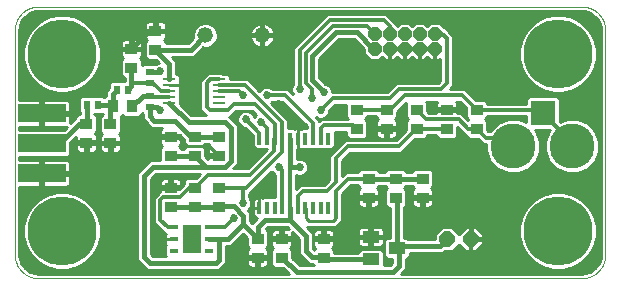
<source format=gtl>
G75*
%MOIN*%
%OFA0B0*%
%FSLAX25Y25*%
%IPPOS*%
%LPD*%
%AMOC8*
5,1,8,0,0,1.08239X$1,22.5*
%
%ADD10C,0.00000*%
%ADD11R,0.03937X0.00984*%
%ADD12R,0.03937X0.03740*%
%ADD13C,0.05200*%
%ADD14OC8,0.05150*%
%ADD15R,0.03740X0.03937*%
%ADD16R,0.03150X0.01772*%
%ADD17R,0.05906X0.09449*%
%ADD18R,0.02323X0.02835*%
%ADD19R,0.02835X0.02323*%
%ADD20R,0.01200X0.03900*%
%ADD21R,0.05512X0.03937*%
%ADD22OC8,0.04362*%
%ADD23C,0.15024*%
%ADD24R,0.08268X0.08268*%
%ADD25R,0.16000X0.06000*%
%ADD26C,0.23000*%
%ADD27C,0.01600*%
%ADD28C,0.01000*%
%ADD29C,0.02700*%
%ADD30C,0.01200*%
D10*
X0010374Y0025790D02*
X0191476Y0025790D01*
X0191666Y0025792D01*
X0191856Y0025799D01*
X0192046Y0025811D01*
X0192236Y0025827D01*
X0192425Y0025847D01*
X0192614Y0025873D01*
X0192802Y0025902D01*
X0192989Y0025937D01*
X0193175Y0025976D01*
X0193360Y0026019D01*
X0193545Y0026067D01*
X0193728Y0026119D01*
X0193909Y0026175D01*
X0194089Y0026236D01*
X0194268Y0026302D01*
X0194445Y0026371D01*
X0194621Y0026445D01*
X0194794Y0026523D01*
X0194966Y0026606D01*
X0195135Y0026692D01*
X0195303Y0026782D01*
X0195468Y0026877D01*
X0195631Y0026975D01*
X0195791Y0027078D01*
X0195949Y0027184D01*
X0196104Y0027294D01*
X0196257Y0027407D01*
X0196407Y0027525D01*
X0196553Y0027646D01*
X0196697Y0027770D01*
X0196838Y0027898D01*
X0196976Y0028029D01*
X0197111Y0028164D01*
X0197242Y0028302D01*
X0197370Y0028443D01*
X0197494Y0028587D01*
X0197615Y0028733D01*
X0197733Y0028883D01*
X0197846Y0029036D01*
X0197956Y0029191D01*
X0198062Y0029349D01*
X0198165Y0029509D01*
X0198263Y0029672D01*
X0198358Y0029837D01*
X0198448Y0030005D01*
X0198534Y0030174D01*
X0198617Y0030346D01*
X0198695Y0030519D01*
X0198769Y0030695D01*
X0198838Y0030872D01*
X0198904Y0031051D01*
X0198965Y0031231D01*
X0199021Y0031412D01*
X0199073Y0031595D01*
X0199121Y0031780D01*
X0199164Y0031965D01*
X0199203Y0032151D01*
X0199238Y0032338D01*
X0199267Y0032526D01*
X0199293Y0032715D01*
X0199313Y0032904D01*
X0199329Y0033094D01*
X0199341Y0033284D01*
X0199348Y0033474D01*
X0199350Y0033664D01*
X0199350Y0108467D01*
X0199348Y0108657D01*
X0199341Y0108847D01*
X0199329Y0109037D01*
X0199313Y0109227D01*
X0199293Y0109416D01*
X0199267Y0109605D01*
X0199238Y0109793D01*
X0199203Y0109980D01*
X0199164Y0110166D01*
X0199121Y0110351D01*
X0199073Y0110536D01*
X0199021Y0110719D01*
X0198965Y0110900D01*
X0198904Y0111080D01*
X0198838Y0111259D01*
X0198769Y0111436D01*
X0198695Y0111612D01*
X0198617Y0111785D01*
X0198534Y0111957D01*
X0198448Y0112126D01*
X0198358Y0112294D01*
X0198263Y0112459D01*
X0198165Y0112622D01*
X0198062Y0112782D01*
X0197956Y0112940D01*
X0197846Y0113095D01*
X0197733Y0113248D01*
X0197615Y0113398D01*
X0197494Y0113544D01*
X0197370Y0113688D01*
X0197242Y0113829D01*
X0197111Y0113967D01*
X0196976Y0114102D01*
X0196838Y0114233D01*
X0196697Y0114361D01*
X0196553Y0114485D01*
X0196407Y0114606D01*
X0196257Y0114724D01*
X0196104Y0114837D01*
X0195949Y0114947D01*
X0195791Y0115053D01*
X0195631Y0115156D01*
X0195468Y0115254D01*
X0195303Y0115349D01*
X0195135Y0115439D01*
X0194966Y0115525D01*
X0194794Y0115608D01*
X0194621Y0115686D01*
X0194445Y0115760D01*
X0194268Y0115829D01*
X0194089Y0115895D01*
X0193909Y0115956D01*
X0193728Y0116012D01*
X0193545Y0116064D01*
X0193360Y0116112D01*
X0193175Y0116155D01*
X0192989Y0116194D01*
X0192802Y0116229D01*
X0192614Y0116258D01*
X0192425Y0116284D01*
X0192236Y0116304D01*
X0192046Y0116320D01*
X0191856Y0116332D01*
X0191666Y0116339D01*
X0191476Y0116341D01*
X0010374Y0116341D01*
X0010184Y0116339D01*
X0009994Y0116332D01*
X0009804Y0116320D01*
X0009614Y0116304D01*
X0009425Y0116284D01*
X0009236Y0116258D01*
X0009048Y0116229D01*
X0008861Y0116194D01*
X0008675Y0116155D01*
X0008490Y0116112D01*
X0008305Y0116064D01*
X0008122Y0116012D01*
X0007941Y0115956D01*
X0007761Y0115895D01*
X0007582Y0115829D01*
X0007405Y0115760D01*
X0007229Y0115686D01*
X0007056Y0115608D01*
X0006884Y0115525D01*
X0006715Y0115439D01*
X0006547Y0115349D01*
X0006382Y0115254D01*
X0006219Y0115156D01*
X0006059Y0115053D01*
X0005901Y0114947D01*
X0005746Y0114837D01*
X0005593Y0114724D01*
X0005443Y0114606D01*
X0005297Y0114485D01*
X0005153Y0114361D01*
X0005012Y0114233D01*
X0004874Y0114102D01*
X0004739Y0113967D01*
X0004608Y0113829D01*
X0004480Y0113688D01*
X0004356Y0113544D01*
X0004235Y0113398D01*
X0004117Y0113248D01*
X0004004Y0113095D01*
X0003894Y0112940D01*
X0003788Y0112782D01*
X0003685Y0112622D01*
X0003587Y0112459D01*
X0003492Y0112294D01*
X0003402Y0112126D01*
X0003316Y0111957D01*
X0003233Y0111785D01*
X0003155Y0111612D01*
X0003081Y0111436D01*
X0003012Y0111259D01*
X0002946Y0111080D01*
X0002885Y0110900D01*
X0002829Y0110719D01*
X0002777Y0110536D01*
X0002729Y0110351D01*
X0002686Y0110166D01*
X0002647Y0109980D01*
X0002612Y0109793D01*
X0002583Y0109605D01*
X0002557Y0109416D01*
X0002537Y0109227D01*
X0002521Y0109037D01*
X0002509Y0108847D01*
X0002502Y0108657D01*
X0002500Y0108467D01*
X0002500Y0033664D01*
X0002502Y0033474D01*
X0002509Y0033284D01*
X0002521Y0033094D01*
X0002537Y0032904D01*
X0002557Y0032715D01*
X0002583Y0032526D01*
X0002612Y0032338D01*
X0002647Y0032151D01*
X0002686Y0031965D01*
X0002729Y0031780D01*
X0002777Y0031595D01*
X0002829Y0031412D01*
X0002885Y0031231D01*
X0002946Y0031051D01*
X0003012Y0030872D01*
X0003081Y0030695D01*
X0003155Y0030519D01*
X0003233Y0030346D01*
X0003316Y0030174D01*
X0003402Y0030005D01*
X0003492Y0029837D01*
X0003587Y0029672D01*
X0003685Y0029509D01*
X0003788Y0029349D01*
X0003894Y0029191D01*
X0004004Y0029036D01*
X0004117Y0028883D01*
X0004235Y0028733D01*
X0004356Y0028587D01*
X0004480Y0028443D01*
X0004608Y0028302D01*
X0004739Y0028164D01*
X0004874Y0028029D01*
X0005012Y0027898D01*
X0005153Y0027770D01*
X0005297Y0027646D01*
X0005443Y0027525D01*
X0005593Y0027407D01*
X0005746Y0027294D01*
X0005901Y0027184D01*
X0006059Y0027078D01*
X0006219Y0026975D01*
X0006382Y0026877D01*
X0006547Y0026782D01*
X0006715Y0026692D01*
X0006884Y0026606D01*
X0007056Y0026523D01*
X0007229Y0026445D01*
X0007405Y0026371D01*
X0007582Y0026302D01*
X0007761Y0026236D01*
X0007941Y0026175D01*
X0008122Y0026119D01*
X0008305Y0026067D01*
X0008490Y0026019D01*
X0008675Y0025976D01*
X0008861Y0025937D01*
X0009048Y0025902D01*
X0009236Y0025873D01*
X0009425Y0025847D01*
X0009614Y0025827D01*
X0009804Y0025811D01*
X0009994Y0025799D01*
X0010184Y0025792D01*
X0010374Y0025790D01*
D11*
X0054070Y0084152D03*
X0054070Y0086121D03*
X0054070Y0088089D03*
X0054070Y0090058D03*
X0054070Y0092026D03*
X0070709Y0092026D03*
X0070709Y0090058D03*
X0070709Y0088089D03*
X0070709Y0086121D03*
X0070709Y0084152D03*
D12*
X0070500Y0072940D03*
X0062500Y0072940D03*
X0054500Y0072940D03*
X0054500Y0066640D03*
X0062500Y0066640D03*
X0070500Y0066640D03*
X0070500Y0055940D03*
X0062500Y0055940D03*
X0054500Y0055940D03*
X0054500Y0049640D03*
X0062500Y0049640D03*
X0070500Y0049640D03*
X0083500Y0038940D03*
X0091500Y0038940D03*
X0091500Y0032640D03*
X0083500Y0032640D03*
X0105500Y0032640D03*
X0105500Y0038940D03*
X0120500Y0052640D03*
X0129500Y0052640D03*
X0138500Y0052640D03*
X0138500Y0058940D03*
X0129500Y0058940D03*
X0120500Y0058940D03*
X0116500Y0075640D03*
X0116500Y0081940D03*
X0126500Y0081940D03*
X0136500Y0081940D03*
X0136500Y0075640D03*
X0126500Y0075640D03*
X0146500Y0075640D03*
X0146500Y0081940D03*
X0156500Y0081940D03*
X0156500Y0075640D03*
X0049406Y0101940D03*
X0041390Y0102239D03*
X0041390Y0095940D03*
X0049406Y0108239D03*
X0034390Y0077139D03*
X0026390Y0077239D03*
X0026390Y0070940D03*
X0034390Y0070840D03*
D13*
X0066000Y0106790D03*
X0085000Y0106790D03*
D14*
X0146563Y0038790D03*
X0154437Y0038790D03*
D15*
X0041539Y0083089D03*
X0035240Y0083089D03*
D16*
X0055594Y0042727D03*
X0055594Y0038790D03*
X0055594Y0034853D03*
X0067406Y0034853D03*
X0067406Y0038790D03*
X0067406Y0042727D03*
D17*
X0061500Y0038790D03*
D18*
X0030280Y0083589D03*
X0026500Y0083589D03*
X0036500Y0088589D03*
X0040280Y0088589D03*
D19*
X0047500Y0086680D03*
X0047500Y0082900D03*
X0047500Y0090900D03*
X0047500Y0094680D03*
D20*
X0083984Y0072277D03*
X0086543Y0072277D03*
X0089102Y0072277D03*
X0091661Y0072277D03*
X0094220Y0072277D03*
X0096780Y0072277D03*
X0099339Y0072277D03*
X0101898Y0072277D03*
X0104457Y0072277D03*
X0107016Y0072277D03*
X0107016Y0049303D03*
X0104457Y0049303D03*
X0101898Y0049303D03*
X0099339Y0049303D03*
X0096780Y0049303D03*
X0094220Y0049303D03*
X0091661Y0049303D03*
X0089102Y0049303D03*
X0086543Y0049303D03*
X0083984Y0049303D03*
D21*
X0121169Y0039530D03*
X0129831Y0035790D03*
X0121169Y0032050D03*
D22*
X0122500Y0102290D03*
X0127500Y0102290D03*
X0132500Y0102290D03*
X0137500Y0102290D03*
X0142500Y0102290D03*
X0142500Y0107290D03*
X0137500Y0107290D03*
X0132500Y0107290D03*
X0127500Y0107290D03*
X0122500Y0107290D03*
D23*
X0168657Y0069790D03*
X0188343Y0069790D03*
D24*
X0178500Y0080814D03*
D25*
X0011500Y0080790D03*
X0011500Y0070790D03*
X0011500Y0060790D03*
D26*
X0018248Y0041538D03*
X0018248Y0100593D03*
X0183602Y0100593D03*
X0183602Y0041538D03*
D27*
X0154500Y0043790D02*
X0154500Y0038853D01*
X0154437Y0038790D01*
X0154500Y0043790D02*
X0145650Y0052640D01*
X0138500Y0052640D01*
X0129831Y0052640D02*
X0129831Y0035790D01*
X0130500Y0036459D01*
X0132500Y0036459D01*
X0144232Y0036459D01*
X0146563Y0038790D01*
X0130500Y0036459D02*
X0129831Y0035790D01*
X0130500Y0035121D01*
X0130500Y0029790D01*
X0128500Y0027790D01*
X0096500Y0027790D01*
X0091650Y0032640D01*
X0091500Y0032640D01*
X0099500Y0034790D02*
X0101500Y0032790D01*
X0105350Y0032790D01*
X0105500Y0032640D01*
X0106091Y0032050D01*
X0121169Y0032050D01*
X0099500Y0034790D02*
X0099500Y0039790D01*
X0094220Y0045069D01*
X0085780Y0045069D01*
X0083500Y0042790D01*
X0083500Y0038940D01*
X0078650Y0043790D01*
X0073650Y0038790D01*
X0070500Y0038790D01*
X0070500Y0031790D01*
X0069500Y0030790D01*
X0047500Y0030790D01*
X0045500Y0032790D01*
X0045500Y0059790D01*
X0048500Y0062790D01*
X0066350Y0062790D01*
X0062500Y0066640D01*
X0054500Y0066640D01*
X0061350Y0072940D02*
X0056000Y0078290D01*
X0049000Y0078290D01*
X0047500Y0079790D01*
X0047500Y0082900D01*
X0049890Y0082900D01*
X0051000Y0081790D01*
X0054070Y0084152D02*
X0060433Y0077790D01*
X0072500Y0077790D01*
X0074500Y0075790D01*
X0074500Y0064790D01*
X0072500Y0062790D01*
X0066350Y0062790D01*
X0062500Y0072940D02*
X0061350Y0072940D01*
X0062500Y0072940D02*
X0070500Y0072940D01*
X0094220Y0072277D02*
X0094220Y0062790D01*
X0097500Y0062790D01*
X0094220Y0049303D02*
X0094220Y0045069D01*
X0078650Y0043790D02*
X0078650Y0046640D01*
X0075500Y0049790D01*
X0070650Y0049790D01*
X0070500Y0049640D02*
X0062500Y0049640D01*
X0054500Y0049640D01*
X0067406Y0038790D02*
X0070500Y0038790D01*
X0120500Y0058940D02*
X0129500Y0058940D01*
X0138500Y0058940D01*
X0129831Y0052640D02*
X0129500Y0052640D01*
X0165807Y0072640D02*
X0168657Y0069790D01*
X0122500Y0102290D02*
X0122000Y0102290D01*
X0116500Y0107790D01*
X0109500Y0107790D01*
X0101500Y0099790D01*
X0101500Y0091790D01*
X0105500Y0087790D01*
X0066000Y0106790D02*
X0061150Y0101940D01*
X0049406Y0101940D01*
X0054070Y0097275D01*
X0054070Y0092026D01*
X0051000Y0094790D02*
X0050890Y0094680D01*
X0047500Y0094680D01*
X0047500Y0090900D02*
X0048390Y0090900D01*
X0041390Y0090790D02*
X0041390Y0089699D01*
X0040280Y0088589D01*
X0036500Y0088589D02*
X0035240Y0087329D01*
X0035240Y0083089D01*
X0034390Y0082239D01*
X0034390Y0077139D01*
X0026500Y0077349D02*
X0026390Y0077239D01*
X0023949Y0077239D01*
X0017500Y0070790D01*
X0011500Y0070790D01*
X0026500Y0077349D02*
X0026500Y0083589D01*
X0030280Y0083589D02*
X0034740Y0083589D01*
X0035240Y0083089D01*
X0041539Y0083089D02*
X0045130Y0086680D01*
X0047500Y0086680D01*
X0041390Y0090790D02*
X0041390Y0095940D01*
X0041390Y0102239D02*
X0047390Y0108239D01*
X0049406Y0108239D01*
D28*
X0049841Y0108666D02*
X0062339Y0108666D01*
X0062524Y0109112D02*
X0061900Y0107605D01*
X0061900Y0105974D01*
X0061909Y0105952D01*
X0060197Y0104240D01*
X0052874Y0104240D01*
X0052874Y0104431D01*
X0052195Y0105110D01*
X0052295Y0105168D01*
X0052574Y0105448D01*
X0052772Y0105790D01*
X0052874Y0106171D01*
X0052874Y0107804D01*
X0049841Y0107804D01*
X0049841Y0108674D01*
X0052874Y0108674D01*
X0052874Y0110306D01*
X0052772Y0110688D01*
X0052574Y0111030D01*
X0052295Y0111309D01*
X0051953Y0111507D01*
X0051571Y0111609D01*
X0049841Y0111609D01*
X0049841Y0108674D01*
X0048970Y0108674D01*
X0048970Y0107804D01*
X0045937Y0107804D01*
X0045937Y0106171D01*
X0046039Y0105790D01*
X0046237Y0105448D01*
X0046516Y0105168D01*
X0046616Y0105110D01*
X0045937Y0104431D01*
X0045937Y0099448D01*
X0046816Y0098569D01*
X0049523Y0098569D01*
X0050452Y0097640D01*
X0050433Y0097640D01*
X0049589Y0097290D01*
X0049539Y0097341D01*
X0045461Y0097341D01*
X0044858Y0096738D01*
X0044858Y0098431D01*
X0044179Y0099110D01*
X0044279Y0099168D01*
X0044559Y0099448D01*
X0044756Y0099790D01*
X0044858Y0100171D01*
X0044858Y0101804D01*
X0041825Y0101804D01*
X0041825Y0102674D01*
X0040955Y0102674D01*
X0040955Y0105609D01*
X0039224Y0105609D01*
X0038842Y0105507D01*
X0038500Y0105309D01*
X0038221Y0105030D01*
X0038023Y0104688D01*
X0037921Y0104306D01*
X0037921Y0102674D01*
X0040955Y0102674D01*
X0040955Y0101804D01*
X0037921Y0101804D01*
X0037921Y0100171D01*
X0038023Y0099790D01*
X0038221Y0099448D01*
X0038500Y0099168D01*
X0038601Y0099110D01*
X0037921Y0098431D01*
X0037921Y0093448D01*
X0038800Y0092569D01*
X0039090Y0092569D01*
X0039090Y0091506D01*
X0038497Y0091506D01*
X0038390Y0091399D01*
X0038283Y0091506D01*
X0034717Y0091506D01*
X0033839Y0090628D01*
X0033839Y0089180D01*
X0032940Y0088282D01*
X0032940Y0086558D01*
X0032749Y0086558D01*
X0032380Y0086189D01*
X0032062Y0086506D01*
X0028497Y0086506D01*
X0028390Y0086399D01*
X0028283Y0086506D01*
X0024717Y0086506D01*
X0023839Y0085628D01*
X0023839Y0081550D01*
X0024200Y0081189D01*
X0024200Y0080609D01*
X0023800Y0080609D01*
X0022921Y0079730D01*
X0022921Y0079464D01*
X0021649Y0078191D01*
X0020982Y0077524D01*
X0021000Y0077592D01*
X0021000Y0080290D01*
X0012000Y0080290D01*
X0012000Y0081290D01*
X0011000Y0081290D01*
X0011000Y0085290D01*
X0004000Y0085290D01*
X0004000Y0108467D01*
X0004078Y0109464D01*
X0004695Y0111361D01*
X0005867Y0112974D01*
X0007480Y0114146D01*
X0009377Y0114763D01*
X0010374Y0114841D01*
X0191476Y0114841D01*
X0192473Y0114763D01*
X0194370Y0114146D01*
X0195983Y0112974D01*
X0197156Y0111361D01*
X0197772Y0109464D01*
X0197850Y0108467D01*
X0197850Y0033664D01*
X0197772Y0032667D01*
X0197156Y0030770D01*
X0195983Y0029157D01*
X0194370Y0027985D01*
X0192473Y0027368D01*
X0191476Y0027290D01*
X0131253Y0027290D01*
X0131453Y0027490D01*
X0132800Y0028837D01*
X0132800Y0032321D01*
X0133208Y0032321D01*
X0134087Y0033200D01*
X0134087Y0034159D01*
X0145185Y0034159D01*
X0145741Y0034715D01*
X0148251Y0034715D01*
X0150500Y0036964D01*
X0152749Y0034715D01*
X0154150Y0034715D01*
X0154150Y0038502D01*
X0154724Y0038502D01*
X0154724Y0034715D01*
X0156125Y0034715D01*
X0158512Y0037102D01*
X0158512Y0038502D01*
X0154724Y0038502D01*
X0154724Y0039077D01*
X0154150Y0039077D01*
X0154150Y0042865D01*
X0152749Y0042865D01*
X0150500Y0040616D01*
X0148251Y0042865D01*
X0144875Y0042865D01*
X0142488Y0040478D01*
X0142488Y0038759D01*
X0133707Y0038759D01*
X0133208Y0039258D01*
X0132131Y0039258D01*
X0132131Y0049311D01*
X0132968Y0050149D01*
X0132968Y0055132D01*
X0132310Y0055790D01*
X0132968Y0056448D01*
X0132968Y0056640D01*
X0135031Y0056640D01*
X0135031Y0056448D01*
X0135711Y0055769D01*
X0135610Y0055711D01*
X0135331Y0055431D01*
X0135134Y0055089D01*
X0135031Y0054708D01*
X0135031Y0053075D01*
X0138065Y0053075D01*
X0138065Y0052205D01*
X0138935Y0052205D01*
X0138935Y0049270D01*
X0140666Y0049270D01*
X0141047Y0049372D01*
X0141390Y0049570D01*
X0141669Y0049849D01*
X0141866Y0050191D01*
X0141968Y0050573D01*
X0141968Y0052205D01*
X0138935Y0052205D01*
X0138935Y0053075D01*
X0141968Y0053075D01*
X0141968Y0054708D01*
X0141866Y0055089D01*
X0141669Y0055431D01*
X0141390Y0055711D01*
X0141289Y0055769D01*
X0141968Y0056448D01*
X0141968Y0061431D01*
X0141090Y0062310D01*
X0135910Y0062310D01*
X0135031Y0061431D01*
X0135031Y0061240D01*
X0132968Y0061240D01*
X0132968Y0061431D01*
X0132090Y0062310D01*
X0126910Y0062310D01*
X0126031Y0061431D01*
X0126031Y0061240D01*
X0123968Y0061240D01*
X0123968Y0061431D01*
X0123090Y0062310D01*
X0117910Y0062310D01*
X0117031Y0061431D01*
X0117031Y0061040D01*
X0112780Y0061040D01*
X0111600Y0059860D01*
X0111600Y0064920D01*
X0114370Y0067690D01*
X0131370Y0067690D01*
X0132600Y0068920D01*
X0135950Y0072270D01*
X0139090Y0072270D01*
X0139968Y0073149D01*
X0139968Y0073540D01*
X0143031Y0073540D01*
X0143031Y0073149D01*
X0143910Y0072270D01*
X0149090Y0072270D01*
X0149968Y0073149D01*
X0149968Y0076352D01*
X0152780Y0073540D01*
X0153031Y0073540D01*
X0153031Y0073149D01*
X0153910Y0072270D01*
X0156900Y0072270D01*
X0158630Y0070540D01*
X0159646Y0070540D01*
X0159646Y0067997D01*
X0161018Y0064685D01*
X0163553Y0062150D01*
X0166865Y0060778D01*
X0170450Y0060778D01*
X0173762Y0062150D01*
X0176297Y0064685D01*
X0177669Y0067997D01*
X0177669Y0071582D01*
X0176297Y0074895D01*
X0176012Y0075180D01*
X0180988Y0075180D01*
X0180703Y0074895D01*
X0179331Y0071582D01*
X0179331Y0067997D01*
X0180703Y0064685D01*
X0183238Y0062150D01*
X0186550Y0060778D01*
X0190135Y0060778D01*
X0193447Y0062150D01*
X0195982Y0064685D01*
X0197354Y0067997D01*
X0197354Y0071582D01*
X0195982Y0074895D01*
X0193447Y0077430D01*
X0190135Y0078802D01*
X0186550Y0078802D01*
X0184380Y0077903D01*
X0184134Y0078150D01*
X0184134Y0085569D01*
X0183255Y0086447D01*
X0173745Y0086447D01*
X0172866Y0085569D01*
X0172866Y0083914D01*
X0159968Y0083914D01*
X0159968Y0084431D01*
X0159090Y0085310D01*
X0156100Y0085310D01*
X0152519Y0088890D01*
X0147570Y0088890D01*
X0148600Y0089920D01*
X0148600Y0106660D01*
X0147370Y0107890D01*
X0145870Y0109390D01*
X0145606Y0109390D01*
X0144025Y0110971D01*
X0140975Y0110971D01*
X0140000Y0109996D01*
X0139025Y0110971D01*
X0135975Y0110971D01*
X0135000Y0109996D01*
X0134025Y0110971D01*
X0130975Y0110971D01*
X0130000Y0109996D01*
X0129600Y0110396D01*
X0129600Y0110660D01*
X0128370Y0111890D01*
X0126370Y0113890D01*
X0106630Y0113890D01*
X0105400Y0112660D01*
X0095400Y0102660D01*
X0095400Y0090720D01*
X0095084Y0090404D01*
X0094650Y0089357D01*
X0094650Y0088223D01*
X0095084Y0087176D01*
X0093370Y0088890D01*
X0088430Y0088890D01*
X0088114Y0089206D01*
X0087067Y0089640D01*
X0085933Y0089640D01*
X0084886Y0089206D01*
X0084084Y0088404D01*
X0084017Y0088243D01*
X0080102Y0092158D01*
X0074178Y0092158D01*
X0074178Y0093140D01*
X0073299Y0094018D01*
X0071687Y0094018D01*
X0071579Y0094126D01*
X0066866Y0094126D01*
X0065630Y0092890D01*
X0064400Y0091660D01*
X0064400Y0081920D01*
X0065400Y0080920D01*
X0066230Y0080090D01*
X0061385Y0080090D01*
X0057539Y0083936D01*
X0057539Y0089203D01*
X0057504Y0089238D01*
X0057539Y0089368D01*
X0057539Y0090058D01*
X0057539Y0090747D01*
X0057504Y0090878D01*
X0057539Y0090913D01*
X0057539Y0093140D01*
X0056660Y0094018D01*
X0056370Y0094018D01*
X0056370Y0098227D01*
X0054958Y0099640D01*
X0062102Y0099640D01*
X0063450Y0100987D01*
X0065162Y0102699D01*
X0065184Y0102690D01*
X0066816Y0102690D01*
X0068322Y0103314D01*
X0069476Y0104467D01*
X0070100Y0105974D01*
X0070100Y0107605D01*
X0069476Y0109112D01*
X0068322Y0110266D01*
X0066816Y0110890D01*
X0065184Y0110890D01*
X0063678Y0110266D01*
X0062524Y0109112D01*
X0063077Y0109665D02*
X0052874Y0109665D01*
X0052778Y0110663D02*
X0064638Y0110663D01*
X0067362Y0110663D02*
X0083653Y0110663D01*
X0083426Y0110590D02*
X0082851Y0110297D01*
X0082329Y0109917D01*
X0081873Y0109461D01*
X0081493Y0108939D01*
X0081200Y0108364D01*
X0081001Y0107750D01*
X0080900Y0107113D01*
X0080900Y0107090D01*
X0084700Y0107090D01*
X0084700Y0110890D01*
X0084677Y0110890D01*
X0084040Y0110789D01*
X0083426Y0110590D01*
X0084700Y0110663D02*
X0085300Y0110663D01*
X0085300Y0110890D02*
X0085323Y0110890D01*
X0085960Y0110789D01*
X0086574Y0110590D01*
X0087149Y0110297D01*
X0087671Y0109917D01*
X0088127Y0109461D01*
X0088507Y0108939D01*
X0088800Y0108364D01*
X0088999Y0107750D01*
X0089100Y0107113D01*
X0089100Y0107090D01*
X0085300Y0107090D01*
X0084700Y0107090D01*
X0084700Y0106490D01*
X0080900Y0106490D01*
X0080900Y0106467D01*
X0081001Y0105830D01*
X0081200Y0105216D01*
X0081493Y0104641D01*
X0081873Y0104119D01*
X0082329Y0103663D01*
X0082851Y0103283D01*
X0083426Y0102990D01*
X0084040Y0102791D01*
X0084677Y0102690D01*
X0084700Y0102690D01*
X0084700Y0106490D01*
X0085300Y0106490D01*
X0085300Y0107090D01*
X0085300Y0110890D01*
X0086347Y0110663D02*
X0103404Y0110663D01*
X0102405Y0109665D02*
X0087923Y0109665D01*
X0088645Y0108666D02*
X0101407Y0108666D01*
X0100408Y0107668D02*
X0089012Y0107668D01*
X0089100Y0106490D02*
X0085300Y0106490D01*
X0085300Y0102690D01*
X0085323Y0102690D01*
X0085960Y0102791D01*
X0086574Y0102990D01*
X0087149Y0103283D01*
X0087671Y0103663D01*
X0088127Y0104119D01*
X0088507Y0104641D01*
X0088800Y0105216D01*
X0088999Y0105830D01*
X0089100Y0106467D01*
X0089100Y0106490D01*
X0088947Y0105671D02*
X0098411Y0105671D01*
X0099410Y0106669D02*
X0085300Y0106669D01*
X0084700Y0106669D02*
X0070100Y0106669D01*
X0070074Y0107668D02*
X0080988Y0107668D01*
X0081355Y0108666D02*
X0069661Y0108666D01*
X0068923Y0109665D02*
X0082077Y0109665D01*
X0084700Y0109665D02*
X0085300Y0109665D01*
X0085300Y0108666D02*
X0084700Y0108666D01*
X0084700Y0107668D02*
X0085300Y0107668D01*
X0085300Y0105671D02*
X0084700Y0105671D01*
X0084700Y0104672D02*
X0085300Y0104672D01*
X0085300Y0103674D02*
X0084700Y0103674D01*
X0082318Y0103674D02*
X0068682Y0103674D01*
X0069561Y0104672D02*
X0081477Y0104672D01*
X0081053Y0105671D02*
X0069974Y0105671D01*
X0065138Y0102675D02*
X0095416Y0102675D01*
X0095400Y0101677D02*
X0064140Y0101677D01*
X0063450Y0100987D02*
X0063450Y0100987D01*
X0063141Y0100678D02*
X0095400Y0100678D01*
X0095400Y0099680D02*
X0062143Y0099680D01*
X0056370Y0097683D02*
X0095400Y0097683D01*
X0095400Y0098681D02*
X0055916Y0098681D01*
X0056370Y0096684D02*
X0095400Y0096684D01*
X0095400Y0095686D02*
X0056370Y0095686D01*
X0056370Y0094687D02*
X0095400Y0094687D01*
X0095400Y0093689D02*
X0073628Y0093689D01*
X0074178Y0092690D02*
X0095400Y0092690D01*
X0095400Y0091692D02*
X0080568Y0091692D01*
X0081567Y0090693D02*
X0095373Y0090693D01*
X0094790Y0089695D02*
X0082565Y0089695D01*
X0083564Y0088696D02*
X0084376Y0088696D01*
X0087953Y0084307D02*
X0088114Y0084374D01*
X0088430Y0084690D01*
X0091630Y0084690D01*
X0099798Y0076522D01*
X0099798Y0075727D01*
X0098117Y0075727D01*
X0097994Y0075604D01*
X0097959Y0075625D01*
X0097577Y0075727D01*
X0096780Y0075727D01*
X0096780Y0072277D01*
X0096780Y0068827D01*
X0097577Y0068827D01*
X0097959Y0068930D01*
X0097994Y0068950D01*
X0098117Y0068827D01*
X0100560Y0068827D01*
X0100618Y0068886D01*
X0100676Y0068827D01*
X0103119Y0068827D01*
X0103177Y0068886D01*
X0103235Y0068827D01*
X0105678Y0068827D01*
X0105736Y0068886D01*
X0105794Y0068827D01*
X0108237Y0068827D01*
X0109116Y0069706D01*
X0109116Y0074690D01*
X0113031Y0074690D01*
X0113031Y0073149D01*
X0113910Y0072270D01*
X0119090Y0072270D01*
X0119968Y0073149D01*
X0119968Y0078132D01*
X0119310Y0078790D01*
X0119968Y0079448D01*
X0119968Y0079840D01*
X0123031Y0079840D01*
X0123031Y0079448D01*
X0123711Y0078769D01*
X0123610Y0078711D01*
X0123331Y0078431D01*
X0123134Y0078089D01*
X0123031Y0077708D01*
X0123031Y0076075D01*
X0126065Y0076075D01*
X0126065Y0075205D01*
X0126935Y0075205D01*
X0126935Y0072270D01*
X0128666Y0072270D01*
X0129047Y0072372D01*
X0129390Y0072570D01*
X0129669Y0072849D01*
X0129866Y0073191D01*
X0129968Y0073573D01*
X0129968Y0075205D01*
X0126935Y0075205D01*
X0126935Y0076075D01*
X0129968Y0076075D01*
X0129968Y0077708D01*
X0129866Y0078089D01*
X0129669Y0078431D01*
X0129390Y0078711D01*
X0129289Y0078769D01*
X0129968Y0079448D01*
X0129968Y0081289D01*
X0133031Y0084352D01*
X0133031Y0079448D01*
X0133690Y0078790D01*
X0133031Y0078132D01*
X0133031Y0075291D01*
X0129630Y0071890D01*
X0112630Y0071890D01*
X0108630Y0067890D01*
X0107400Y0066660D01*
X0107400Y0058660D01*
X0105630Y0056890D01*
X0097630Y0056890D01*
X0096400Y0055660D01*
X0096320Y0055580D01*
X0096320Y0060194D01*
X0096933Y0059940D01*
X0098067Y0059940D01*
X0099114Y0060374D01*
X0099916Y0061176D01*
X0100350Y0062223D01*
X0100350Y0063357D01*
X0099916Y0064404D01*
X0099114Y0065206D01*
X0098067Y0065640D01*
X0096933Y0065640D01*
X0096520Y0065469D01*
X0096520Y0068827D01*
X0096779Y0068827D01*
X0096779Y0072277D01*
X0096780Y0072277D01*
X0096779Y0072277D01*
X0096779Y0075727D01*
X0095982Y0075727D01*
X0095601Y0075625D01*
X0095565Y0075604D01*
X0095442Y0075727D01*
X0093600Y0075727D01*
X0093600Y0078660D01*
X0092370Y0079890D01*
X0087953Y0084307D01*
X0088556Y0083704D02*
X0092616Y0083704D01*
X0093615Y0082705D02*
X0089555Y0082705D01*
X0090553Y0081707D02*
X0094614Y0081707D01*
X0095612Y0080708D02*
X0091552Y0080708D01*
X0092550Y0079710D02*
X0096611Y0079710D01*
X0097609Y0078711D02*
X0093549Y0078711D01*
X0093600Y0077713D02*
X0098608Y0077713D01*
X0099606Y0076714D02*
X0093600Y0076714D01*
X0095454Y0075715D02*
X0095938Y0075715D01*
X0096779Y0075715D02*
X0096780Y0075715D01*
X0097621Y0075715D02*
X0098105Y0075715D01*
X0096780Y0074717D02*
X0096779Y0074717D01*
X0096779Y0073718D02*
X0096780Y0073718D01*
X0096779Y0072720D02*
X0096780Y0072720D01*
X0096779Y0071721D02*
X0096780Y0071721D01*
X0096779Y0070723D02*
X0096780Y0070723D01*
X0096779Y0069724D02*
X0096780Y0069724D01*
X0096520Y0068726D02*
X0109466Y0068726D01*
X0109116Y0069724D02*
X0110465Y0069724D01*
X0111463Y0070723D02*
X0109116Y0070723D01*
X0109116Y0071721D02*
X0112462Y0071721D01*
X0113460Y0072720D02*
X0109116Y0072720D01*
X0109116Y0073718D02*
X0113031Y0073718D01*
X0115350Y0076790D02*
X0116500Y0075640D01*
X0119968Y0075715D02*
X0126065Y0075715D01*
X0126065Y0075205D02*
X0123031Y0075205D01*
X0123031Y0073573D01*
X0123134Y0073191D01*
X0123331Y0072849D01*
X0123610Y0072570D01*
X0123953Y0072372D01*
X0124334Y0072270D01*
X0126065Y0072270D01*
X0126065Y0075205D01*
X0126065Y0074717D02*
X0126935Y0074717D01*
X0126935Y0075715D02*
X0133031Y0075715D01*
X0133031Y0076714D02*
X0129968Y0076714D01*
X0129967Y0077713D02*
X0133031Y0077713D01*
X0133611Y0078711D02*
X0129389Y0078711D01*
X0129968Y0079710D02*
X0133031Y0079710D01*
X0133031Y0080708D02*
X0129968Y0080708D01*
X0130386Y0081707D02*
X0133031Y0081707D01*
X0133031Y0082705D02*
X0131385Y0082705D01*
X0132383Y0083704D02*
X0133031Y0083704D01*
X0127650Y0081940D02*
X0126500Y0081940D01*
X0123031Y0079710D02*
X0119968Y0079710D01*
X0119389Y0078711D02*
X0123611Y0078711D01*
X0123033Y0077713D02*
X0119968Y0077713D01*
X0119968Y0076714D02*
X0123031Y0076714D01*
X0123031Y0074717D02*
X0119968Y0074717D01*
X0119968Y0073718D02*
X0123031Y0073718D01*
X0123460Y0072720D02*
X0119540Y0072720D01*
X0126065Y0072720D02*
X0126935Y0072720D01*
X0126935Y0073718D02*
X0126065Y0073718D01*
X0129540Y0072720D02*
X0130460Y0072720D01*
X0129968Y0073718D02*
X0131459Y0073718D01*
X0132457Y0074717D02*
X0129968Y0074717D01*
X0134403Y0070723D02*
X0158448Y0070723D01*
X0157449Y0071721D02*
X0135401Y0071721D01*
X0133404Y0069724D02*
X0159646Y0069724D01*
X0159646Y0068726D02*
X0132406Y0068726D01*
X0131407Y0067727D02*
X0159757Y0067727D01*
X0160171Y0066729D02*
X0113409Y0066729D01*
X0112410Y0065730D02*
X0160585Y0065730D01*
X0160998Y0064732D02*
X0111600Y0064732D01*
X0111600Y0063733D02*
X0161969Y0063733D01*
X0162968Y0062735D02*
X0111600Y0062735D01*
X0111600Y0061736D02*
X0117337Y0061736D01*
X0112478Y0060738D02*
X0111600Y0060738D01*
X0107400Y0060738D02*
X0099478Y0060738D01*
X0100148Y0061736D02*
X0107400Y0061736D01*
X0107400Y0062735D02*
X0100350Y0062735D01*
X0100194Y0063733D02*
X0107400Y0063733D01*
X0107400Y0064732D02*
X0099589Y0064732D01*
X0096520Y0065730D02*
X0107400Y0065730D01*
X0107469Y0066729D02*
X0096520Y0066729D01*
X0096520Y0067727D02*
X0108468Y0067727D01*
X0107400Y0059739D02*
X0096320Y0059739D01*
X0096320Y0058741D02*
X0107400Y0058741D01*
X0106483Y0057742D02*
X0096320Y0057742D01*
X0096320Y0056744D02*
X0097484Y0056744D01*
X0096485Y0055745D02*
X0096320Y0055745D01*
X0089400Y0055745D02*
X0082425Y0055745D01*
X0081427Y0054747D02*
X0089400Y0054747D01*
X0089400Y0053748D02*
X0080600Y0053748D01*
X0080600Y0053920D02*
X0088017Y0061337D01*
X0088084Y0061176D01*
X0088886Y0060374D01*
X0089400Y0060161D01*
X0089400Y0052753D01*
X0087881Y0052753D01*
X0087823Y0052694D01*
X0087765Y0052753D01*
X0085322Y0052753D01*
X0085199Y0052630D01*
X0085163Y0052650D01*
X0084782Y0052753D01*
X0083984Y0052753D01*
X0083187Y0052753D01*
X0082805Y0052650D01*
X0082463Y0052453D01*
X0082184Y0052174D01*
X0081986Y0051831D01*
X0081884Y0051450D01*
X0081884Y0049303D01*
X0083984Y0049303D01*
X0083984Y0052753D01*
X0083984Y0049303D01*
X0083984Y0049303D01*
X0083984Y0049302D01*
X0081884Y0049302D01*
X0081884Y0047155D01*
X0081986Y0046774D01*
X0082184Y0046431D01*
X0082463Y0046152D01*
X0082805Y0045955D01*
X0083187Y0045853D01*
X0083310Y0045853D01*
X0082547Y0045090D01*
X0081575Y0044117D01*
X0080950Y0044743D01*
X0080950Y0047593D01*
X0080142Y0048401D01*
X0080916Y0049176D01*
X0081350Y0050223D01*
X0081350Y0051357D01*
X0080916Y0052404D01*
X0080600Y0052720D01*
X0080600Y0053920D01*
X0080600Y0052750D02*
X0083176Y0052750D01*
X0083984Y0052750D02*
X0083984Y0052750D01*
X0084792Y0052750D02*
X0085319Y0052750D01*
X0083984Y0051751D02*
X0083984Y0051751D01*
X0083984Y0050753D02*
X0083984Y0050753D01*
X0083984Y0049754D02*
X0083984Y0049754D01*
X0081884Y0049754D02*
X0081156Y0049754D01*
X0081350Y0050753D02*
X0081884Y0050753D01*
X0081965Y0051751D02*
X0081187Y0051751D01*
X0080496Y0048756D02*
X0081884Y0048756D01*
X0081884Y0047757D02*
X0080785Y0047757D01*
X0080950Y0046759D02*
X0081995Y0046759D01*
X0080950Y0045760D02*
X0083218Y0045760D01*
X0082219Y0044762D02*
X0080950Y0044762D01*
X0086181Y0042218D02*
X0086968Y0041431D01*
X0086968Y0036448D01*
X0086289Y0035769D01*
X0086390Y0035711D01*
X0086669Y0035431D01*
X0086866Y0035089D01*
X0086968Y0034708D01*
X0086968Y0033075D01*
X0083935Y0033075D01*
X0083935Y0032205D01*
X0083935Y0029270D01*
X0085666Y0029270D01*
X0086047Y0029372D01*
X0086390Y0029570D01*
X0086669Y0029849D01*
X0086866Y0030191D01*
X0086968Y0030573D01*
X0086968Y0032205D01*
X0083935Y0032205D01*
X0083065Y0032205D01*
X0083065Y0029270D01*
X0081334Y0029270D01*
X0080953Y0029372D01*
X0080610Y0029570D01*
X0080331Y0029849D01*
X0080134Y0030191D01*
X0080031Y0030573D01*
X0080031Y0032205D01*
X0083065Y0032205D01*
X0083065Y0033075D01*
X0080031Y0033075D01*
X0080031Y0034708D01*
X0080134Y0035089D01*
X0080331Y0035431D01*
X0080610Y0035711D01*
X0080711Y0035769D01*
X0080031Y0036448D01*
X0080031Y0039155D01*
X0078650Y0040537D01*
X0074602Y0036490D01*
X0072800Y0036490D01*
X0072800Y0030837D01*
X0071453Y0029490D01*
X0071453Y0029490D01*
X0070453Y0028490D01*
X0046547Y0028490D01*
X0043200Y0031837D01*
X0043200Y0060743D01*
X0044547Y0062090D01*
X0047547Y0065090D01*
X0051031Y0065090D01*
X0051031Y0069132D01*
X0051711Y0069811D01*
X0051610Y0069869D01*
X0051331Y0070148D01*
X0051134Y0070490D01*
X0051031Y0070872D01*
X0051031Y0072504D01*
X0054065Y0072504D01*
X0054065Y0073375D01*
X0051031Y0073375D01*
X0051031Y0075007D01*
X0051134Y0075389D01*
X0051331Y0075731D01*
X0051591Y0075990D01*
X0048047Y0075990D01*
X0046547Y0077490D01*
X0045200Y0078837D01*
X0045200Y0080500D01*
X0044909Y0080791D01*
X0044909Y0080499D01*
X0044031Y0079621D01*
X0039048Y0079621D01*
X0038390Y0080279D01*
X0037800Y0079689D01*
X0037858Y0079630D01*
X0037858Y0074647D01*
X0037179Y0073968D01*
X0037279Y0073910D01*
X0037559Y0073631D01*
X0037756Y0073289D01*
X0037858Y0072907D01*
X0037858Y0071275D01*
X0034825Y0071275D01*
X0034825Y0070404D01*
X0034825Y0067469D01*
X0036556Y0067469D01*
X0036937Y0067572D01*
X0037279Y0067769D01*
X0037559Y0068048D01*
X0037756Y0068390D01*
X0037858Y0068772D01*
X0037858Y0070404D01*
X0034825Y0070404D01*
X0033955Y0070404D01*
X0033955Y0067469D01*
X0032224Y0067469D01*
X0031842Y0067572D01*
X0031500Y0067769D01*
X0031221Y0068048D01*
X0031023Y0068390D01*
X0030921Y0068772D01*
X0030921Y0070404D01*
X0033955Y0070404D01*
X0033955Y0071275D01*
X0030921Y0071275D01*
X0030921Y0072907D01*
X0031023Y0073289D01*
X0031221Y0073631D01*
X0031500Y0073910D01*
X0031601Y0073968D01*
X0030921Y0074647D01*
X0030921Y0079630D01*
X0031800Y0080509D01*
X0031870Y0080509D01*
X0031870Y0080672D01*
X0028800Y0080672D01*
X0028800Y0080609D01*
X0028980Y0080609D01*
X0029858Y0079730D01*
X0029858Y0074747D01*
X0029179Y0074068D01*
X0029279Y0074010D01*
X0029559Y0073731D01*
X0029756Y0073389D01*
X0029858Y0073007D01*
X0029858Y0071375D01*
X0026825Y0071375D01*
X0026825Y0070504D01*
X0026825Y0067569D01*
X0028556Y0067569D01*
X0028937Y0067672D01*
X0029279Y0067869D01*
X0029559Y0068148D01*
X0029756Y0068490D01*
X0029858Y0068872D01*
X0029858Y0070504D01*
X0026825Y0070504D01*
X0025955Y0070504D01*
X0025955Y0067569D01*
X0024224Y0067569D01*
X0023842Y0067672D01*
X0023500Y0067869D01*
X0023221Y0068148D01*
X0023023Y0068490D01*
X0022921Y0068872D01*
X0022921Y0070504D01*
X0025955Y0070504D01*
X0025955Y0071375D01*
X0022921Y0071375D01*
X0022921Y0072959D01*
X0021000Y0071037D01*
X0021000Y0067169D01*
X0020121Y0066290D01*
X0004000Y0066290D01*
X0004000Y0065290D01*
X0011000Y0065290D01*
X0011000Y0061290D01*
X0012000Y0061290D01*
X0012000Y0065290D01*
X0019697Y0065290D01*
X0020079Y0065188D01*
X0020421Y0064990D01*
X0020700Y0064711D01*
X0020898Y0064369D01*
X0021000Y0063987D01*
X0021000Y0061290D01*
X0012000Y0061290D01*
X0012000Y0060290D01*
X0021000Y0060290D01*
X0021000Y0057592D01*
X0020898Y0057211D01*
X0020700Y0056869D01*
X0020421Y0056590D01*
X0020079Y0056392D01*
X0019697Y0056290D01*
X0012000Y0056290D01*
X0012000Y0060290D01*
X0011000Y0060290D01*
X0011000Y0056290D01*
X0004000Y0056290D01*
X0004000Y0033664D01*
X0004078Y0032667D01*
X0004695Y0030770D01*
X0005867Y0029157D01*
X0007480Y0027985D01*
X0009377Y0027368D01*
X0010374Y0027290D01*
X0093747Y0027290D01*
X0091767Y0029270D01*
X0088910Y0029270D01*
X0088031Y0030149D01*
X0088031Y0035132D01*
X0088711Y0035811D01*
X0088610Y0035869D01*
X0088331Y0036148D01*
X0088134Y0036490D01*
X0088031Y0036872D01*
X0088031Y0038504D01*
X0091065Y0038504D01*
X0091065Y0039375D01*
X0091065Y0042310D01*
X0089334Y0042310D01*
X0088953Y0042207D01*
X0088610Y0042010D01*
X0088331Y0041731D01*
X0088134Y0041389D01*
X0088031Y0041007D01*
X0088031Y0039375D01*
X0091065Y0039375D01*
X0091935Y0039375D01*
X0091935Y0042310D01*
X0093666Y0042310D01*
X0093750Y0042287D01*
X0093268Y0042769D01*
X0086732Y0042769D01*
X0086181Y0042218D01*
X0086633Y0041766D02*
X0088367Y0041766D01*
X0088031Y0040768D02*
X0086968Y0040768D01*
X0086968Y0039769D02*
X0088031Y0039769D01*
X0086968Y0038771D02*
X0091065Y0038771D01*
X0091935Y0038771D02*
X0097200Y0038771D01*
X0097200Y0038837D02*
X0097200Y0033837D01*
X0099200Y0031837D01*
X0100547Y0030490D01*
X0102031Y0030490D01*
X0102031Y0030149D01*
X0102091Y0030090D01*
X0097453Y0030090D01*
X0094968Y0032574D01*
X0094968Y0035132D01*
X0094289Y0035811D01*
X0094390Y0035869D01*
X0094669Y0036148D01*
X0094866Y0036490D01*
X0094968Y0036872D01*
X0094968Y0038504D01*
X0091935Y0038504D01*
X0091935Y0039375D01*
X0094968Y0039375D01*
X0094968Y0041007D01*
X0094946Y0041091D01*
X0097200Y0038837D01*
X0097200Y0037772D02*
X0094968Y0037772D01*
X0094942Y0036774D02*
X0097200Y0036774D01*
X0097200Y0035775D02*
X0094325Y0035775D01*
X0094968Y0034777D02*
X0097200Y0034777D01*
X0097259Y0033778D02*
X0094968Y0033778D01*
X0094968Y0032780D02*
X0098258Y0032780D01*
X0099256Y0031781D02*
X0095762Y0031781D01*
X0096760Y0030782D02*
X0100255Y0030782D01*
X0093250Y0027787D02*
X0008089Y0027787D01*
X0006378Y0028785D02*
X0015613Y0028785D01*
X0016537Y0028538D02*
X0019960Y0028538D01*
X0023266Y0029424D01*
X0026230Y0031135D01*
X0028651Y0033556D01*
X0030362Y0036520D01*
X0031248Y0039826D01*
X0031248Y0043249D01*
X0030362Y0046556D01*
X0028651Y0049520D01*
X0026230Y0051941D01*
X0023266Y0053652D01*
X0019960Y0054538D01*
X0016537Y0054538D01*
X0013230Y0053652D01*
X0010266Y0051941D01*
X0007845Y0049520D01*
X0006134Y0046556D01*
X0005248Y0043249D01*
X0005248Y0039826D01*
X0006134Y0036520D01*
X0007845Y0033556D01*
X0010266Y0031135D01*
X0013230Y0029424D01*
X0016537Y0028538D01*
X0012607Y0029784D02*
X0005411Y0029784D01*
X0004691Y0030782D02*
X0010877Y0030782D01*
X0009620Y0031781D02*
X0004366Y0031781D01*
X0004070Y0032780D02*
X0008622Y0032780D01*
X0007717Y0033778D02*
X0004000Y0033778D01*
X0004000Y0034777D02*
X0007141Y0034777D01*
X0006564Y0035775D02*
X0004000Y0035775D01*
X0004000Y0036774D02*
X0006066Y0036774D01*
X0005798Y0037772D02*
X0004000Y0037772D01*
X0004000Y0038771D02*
X0005531Y0038771D01*
X0005263Y0039769D02*
X0004000Y0039769D01*
X0004000Y0040768D02*
X0005248Y0040768D01*
X0005248Y0041766D02*
X0004000Y0041766D01*
X0004000Y0042765D02*
X0005248Y0042765D01*
X0005386Y0043763D02*
X0004000Y0043763D01*
X0004000Y0044762D02*
X0005653Y0044762D01*
X0005921Y0045760D02*
X0004000Y0045760D01*
X0004000Y0046759D02*
X0006251Y0046759D01*
X0006828Y0047757D02*
X0004000Y0047757D01*
X0004000Y0048756D02*
X0007404Y0048756D01*
X0008079Y0049754D02*
X0004000Y0049754D01*
X0004000Y0050753D02*
X0009078Y0050753D01*
X0010077Y0051751D02*
X0004000Y0051751D01*
X0004000Y0052750D02*
X0011667Y0052750D01*
X0013589Y0053748D02*
X0004000Y0053748D01*
X0004000Y0054747D02*
X0043200Y0054747D01*
X0043200Y0055745D02*
X0004000Y0055745D01*
X0011000Y0056744D02*
X0012000Y0056744D01*
X0012000Y0057742D02*
X0011000Y0057742D01*
X0011000Y0058741D02*
X0012000Y0058741D01*
X0012000Y0059739D02*
X0011000Y0059739D01*
X0012000Y0060738D02*
X0043200Y0060738D01*
X0043200Y0059739D02*
X0021000Y0059739D01*
X0021000Y0058741D02*
X0043200Y0058741D01*
X0043200Y0057742D02*
X0021000Y0057742D01*
X0020575Y0056744D02*
X0043200Y0056744D01*
X0043200Y0053748D02*
X0022907Y0053748D01*
X0024829Y0052750D02*
X0043200Y0052750D01*
X0043200Y0051751D02*
X0026420Y0051751D01*
X0027418Y0050753D02*
X0043200Y0050753D01*
X0043200Y0049754D02*
X0028417Y0049754D01*
X0029092Y0048756D02*
X0043200Y0048756D01*
X0043200Y0047757D02*
X0029668Y0047757D01*
X0030245Y0046759D02*
X0043200Y0046759D01*
X0043200Y0045760D02*
X0030575Y0045760D01*
X0030843Y0044762D02*
X0043200Y0044762D01*
X0043200Y0043763D02*
X0031110Y0043763D01*
X0031248Y0042765D02*
X0043200Y0042765D01*
X0043200Y0041766D02*
X0031248Y0041766D01*
X0031248Y0040768D02*
X0043200Y0040768D01*
X0043200Y0039769D02*
X0031233Y0039769D01*
X0030965Y0038771D02*
X0043200Y0038771D01*
X0043200Y0037772D02*
X0030698Y0037772D01*
X0030430Y0036774D02*
X0043200Y0036774D01*
X0043200Y0035775D02*
X0029932Y0035775D01*
X0029355Y0034777D02*
X0043200Y0034777D01*
X0043200Y0033778D02*
X0028779Y0033778D01*
X0027874Y0032780D02*
X0043200Y0032780D01*
X0043256Y0031781D02*
X0026876Y0031781D01*
X0025619Y0030782D02*
X0044255Y0030782D01*
X0045253Y0029784D02*
X0023890Y0029784D01*
X0020883Y0028785D02*
X0046252Y0028785D01*
X0048453Y0033090D02*
X0047800Y0033743D01*
X0047800Y0058837D01*
X0049453Y0060490D01*
X0064230Y0060490D01*
X0063050Y0059310D01*
X0059910Y0059310D01*
X0059031Y0058431D01*
X0059031Y0057291D01*
X0057245Y0055504D01*
X0054935Y0055504D01*
X0054935Y0056375D01*
X0054065Y0056375D01*
X0054065Y0059310D01*
X0052334Y0059310D01*
X0051953Y0059207D01*
X0051610Y0059010D01*
X0051331Y0058731D01*
X0051134Y0058389D01*
X0051031Y0058007D01*
X0051031Y0056375D01*
X0054065Y0056375D01*
X0054065Y0055504D01*
X0051031Y0055504D01*
X0051031Y0054791D01*
X0050130Y0053890D01*
X0048900Y0052660D01*
X0048900Y0044420D01*
X0051400Y0041920D01*
X0052693Y0040627D01*
X0052850Y0040627D01*
X0052819Y0040597D01*
X0052622Y0040255D01*
X0052520Y0039873D01*
X0052520Y0038790D01*
X0055594Y0038790D01*
X0055594Y0038790D01*
X0052520Y0038790D01*
X0052520Y0037707D01*
X0052622Y0037325D01*
X0052819Y0036983D01*
X0052981Y0036821D01*
X0052520Y0036360D01*
X0052520Y0033346D01*
X0052776Y0033090D01*
X0048453Y0033090D01*
X0047800Y0033778D02*
X0052520Y0033778D01*
X0052520Y0034777D02*
X0047800Y0034777D01*
X0047800Y0035775D02*
X0052520Y0035775D01*
X0052933Y0036774D02*
X0047800Y0036774D01*
X0047800Y0037772D02*
X0052520Y0037772D01*
X0052520Y0038771D02*
X0047800Y0038771D01*
X0047800Y0039769D02*
X0052520Y0039769D01*
X0052552Y0040768D02*
X0047800Y0040768D01*
X0047800Y0041766D02*
X0051554Y0041766D01*
X0051400Y0041920D02*
X0051400Y0041920D01*
X0050555Y0042765D02*
X0047800Y0042765D01*
X0047800Y0043763D02*
X0049557Y0043763D01*
X0048900Y0044762D02*
X0047800Y0044762D01*
X0047800Y0045760D02*
X0048900Y0045760D01*
X0048900Y0046759D02*
X0047800Y0046759D01*
X0047800Y0047757D02*
X0048900Y0047757D01*
X0048900Y0048756D02*
X0047800Y0048756D01*
X0047800Y0049754D02*
X0048900Y0049754D01*
X0048900Y0050753D02*
X0047800Y0050753D01*
X0047800Y0051751D02*
X0048900Y0051751D01*
X0048990Y0052750D02*
X0047800Y0052750D01*
X0047800Y0053748D02*
X0049988Y0053748D01*
X0050987Y0054747D02*
X0047800Y0054747D01*
X0047800Y0055745D02*
X0054065Y0055745D01*
X0054935Y0055745D02*
X0057485Y0055745D01*
X0057968Y0056375D02*
X0054935Y0056375D01*
X0054935Y0059310D01*
X0056666Y0059310D01*
X0057047Y0059207D01*
X0057390Y0059010D01*
X0057669Y0058731D01*
X0057866Y0058389D01*
X0057968Y0058007D01*
X0057968Y0056375D01*
X0057968Y0056744D02*
X0058484Y0056744D01*
X0057968Y0057742D02*
X0059031Y0057742D01*
X0059341Y0058741D02*
X0057659Y0058741D01*
X0054935Y0058741D02*
X0054065Y0058741D01*
X0054065Y0057742D02*
X0054935Y0057742D01*
X0054935Y0056744D02*
X0054065Y0056744D01*
X0051031Y0056744D02*
X0047800Y0056744D01*
X0047800Y0057742D02*
X0051031Y0057742D01*
X0051341Y0058741D02*
X0047800Y0058741D01*
X0048702Y0059739D02*
X0063480Y0059739D01*
X0067031Y0065361D02*
X0065968Y0066424D01*
X0065968Y0069132D01*
X0065310Y0069790D01*
X0065968Y0070448D01*
X0065968Y0070640D01*
X0067031Y0070640D01*
X0067031Y0070448D01*
X0067711Y0069769D01*
X0067610Y0069711D01*
X0067331Y0069431D01*
X0067134Y0069089D01*
X0067031Y0068708D01*
X0067031Y0067075D01*
X0070065Y0067075D01*
X0070065Y0066205D01*
X0067031Y0066205D01*
X0067031Y0065361D01*
X0067031Y0065730D02*
X0066663Y0065730D01*
X0065968Y0066729D02*
X0070065Y0066729D01*
X0070500Y0066640D02*
X0067350Y0069790D01*
X0060000Y0069790D01*
X0056850Y0072940D01*
X0054500Y0072940D01*
X0054935Y0072720D02*
X0058317Y0072720D01*
X0057968Y0072504D02*
X0054935Y0072504D01*
X0054935Y0073375D01*
X0057663Y0073375D01*
X0059031Y0072006D01*
X0059031Y0070448D01*
X0059690Y0069790D01*
X0059031Y0069132D01*
X0059031Y0068940D01*
X0057968Y0068940D01*
X0057968Y0069132D01*
X0057289Y0069811D01*
X0057390Y0069869D01*
X0057669Y0070148D01*
X0057866Y0070490D01*
X0057968Y0070872D01*
X0057968Y0072504D01*
X0057968Y0071721D02*
X0059031Y0071721D01*
X0059031Y0070723D02*
X0057929Y0070723D01*
X0057376Y0069724D02*
X0059624Y0069724D01*
X0054065Y0072720D02*
X0037858Y0072720D01*
X0037858Y0071721D02*
X0051031Y0071721D01*
X0051071Y0070723D02*
X0034825Y0070723D01*
X0034390Y0070840D02*
X0026490Y0070840D01*
X0026390Y0070940D01*
X0026825Y0070723D02*
X0033955Y0070723D01*
X0033955Y0069724D02*
X0034825Y0069724D01*
X0034825Y0068726D02*
X0033955Y0068726D01*
X0033955Y0067727D02*
X0034825Y0067727D01*
X0037207Y0067727D02*
X0051031Y0067727D01*
X0051031Y0066729D02*
X0020560Y0066729D01*
X0021000Y0067727D02*
X0023746Y0067727D01*
X0022960Y0068726D02*
X0021000Y0068726D01*
X0021000Y0069724D02*
X0022921Y0069724D01*
X0021000Y0070723D02*
X0025955Y0070723D01*
X0025955Y0069724D02*
X0026825Y0069724D01*
X0026825Y0068726D02*
X0025955Y0068726D01*
X0025955Y0067727D02*
X0026825Y0067727D01*
X0029034Y0067727D02*
X0031573Y0067727D01*
X0030934Y0068726D02*
X0029819Y0068726D01*
X0029858Y0069724D02*
X0030921Y0069724D01*
X0030921Y0071721D02*
X0029858Y0071721D01*
X0029858Y0072720D02*
X0030921Y0072720D01*
X0031309Y0073718D02*
X0029566Y0073718D01*
X0029828Y0074717D02*
X0030921Y0074717D01*
X0030921Y0075715D02*
X0029858Y0075715D01*
X0029858Y0076714D02*
X0030921Y0076714D01*
X0030921Y0077713D02*
X0029858Y0077713D01*
X0029858Y0078711D02*
X0030921Y0078711D01*
X0031001Y0079710D02*
X0029858Y0079710D01*
X0024200Y0080708D02*
X0012000Y0080708D01*
X0012000Y0080290D02*
X0012000Y0076290D01*
X0019697Y0076290D01*
X0019766Y0076308D01*
X0018747Y0075290D01*
X0004000Y0075290D01*
X0004000Y0076290D01*
X0011000Y0076290D01*
X0011000Y0080290D01*
X0012000Y0080290D01*
X0012000Y0079710D02*
X0011000Y0079710D01*
X0011000Y0078711D02*
X0012000Y0078711D01*
X0012000Y0077713D02*
X0011000Y0077713D01*
X0011000Y0076714D02*
X0012000Y0076714D01*
X0019173Y0075715D02*
X0004000Y0075715D01*
X0011000Y0081707D02*
X0012000Y0081707D01*
X0012000Y0081290D02*
X0012000Y0085290D01*
X0019697Y0085290D01*
X0020079Y0085188D01*
X0020421Y0084990D01*
X0020700Y0084711D01*
X0020898Y0084369D01*
X0021000Y0083987D01*
X0021000Y0081290D01*
X0012000Y0081290D01*
X0012000Y0082705D02*
X0011000Y0082705D01*
X0011000Y0083704D02*
X0012000Y0083704D01*
X0012000Y0084702D02*
X0011000Y0084702D01*
X0013230Y0088479D02*
X0016537Y0087593D01*
X0019960Y0087593D01*
X0023266Y0088479D01*
X0026230Y0090190D01*
X0028651Y0092611D01*
X0030362Y0095575D01*
X0031248Y0098882D01*
X0031248Y0102305D01*
X0030362Y0105611D01*
X0028651Y0108575D01*
X0026230Y0110996D01*
X0023266Y0112707D01*
X0019960Y0113593D01*
X0016537Y0113593D01*
X0013230Y0112707D01*
X0010266Y0110996D01*
X0007845Y0108575D01*
X0006134Y0105611D01*
X0005248Y0102305D01*
X0005248Y0098882D01*
X0006134Y0095575D01*
X0007845Y0092611D01*
X0010266Y0090190D01*
X0013230Y0088479D01*
X0012854Y0088696D02*
X0004000Y0088696D01*
X0004000Y0087698D02*
X0016146Y0087698D01*
X0020350Y0087698D02*
X0032940Y0087698D01*
X0032940Y0086699D02*
X0004000Y0086699D01*
X0004000Y0085701D02*
X0023911Y0085701D01*
X0023839Y0084702D02*
X0020705Y0084702D01*
X0021000Y0083704D02*
X0023839Y0083704D01*
X0023839Y0082705D02*
X0021000Y0082705D01*
X0021000Y0081707D02*
X0023839Y0081707D01*
X0022921Y0079710D02*
X0021000Y0079710D01*
X0021000Y0078711D02*
X0022168Y0078711D01*
X0021170Y0077713D02*
X0021000Y0077713D01*
X0022683Y0072720D02*
X0022921Y0072720D01*
X0022921Y0071721D02*
X0021684Y0071721D01*
X0020679Y0064732D02*
X0047189Y0064732D01*
X0046191Y0063733D02*
X0021000Y0063733D01*
X0021000Y0062735D02*
X0045192Y0062735D01*
X0044194Y0061736D02*
X0021000Y0061736D01*
X0012000Y0061736D02*
X0011000Y0061736D01*
X0011000Y0062735D02*
X0012000Y0062735D01*
X0012000Y0063733D02*
X0011000Y0063733D01*
X0011000Y0064732D02*
X0012000Y0064732D01*
X0004000Y0065730D02*
X0051031Y0065730D01*
X0051031Y0068726D02*
X0037846Y0068726D01*
X0037858Y0069724D02*
X0051624Y0069724D01*
X0051031Y0073718D02*
X0037471Y0073718D01*
X0037858Y0074717D02*
X0051031Y0074717D01*
X0051322Y0075715D02*
X0037858Y0075715D01*
X0037858Y0076714D02*
X0047323Y0076714D01*
X0046325Y0077713D02*
X0037858Y0077713D01*
X0037858Y0078711D02*
X0045326Y0078711D01*
X0045200Y0079710D02*
X0044120Y0079710D01*
X0044909Y0080708D02*
X0044992Y0080708D01*
X0038959Y0079710D02*
X0037820Y0079710D01*
X0047500Y0086680D02*
X0048059Y0086121D01*
X0053138Y0084152D02*
X0054070Y0084152D01*
X0057539Y0084702D02*
X0064400Y0084702D01*
X0064400Y0083704D02*
X0057772Y0083704D01*
X0058770Y0082705D02*
X0064400Y0082705D01*
X0064614Y0081707D02*
X0059769Y0081707D01*
X0060767Y0080708D02*
X0065612Y0080708D01*
X0064400Y0085701D02*
X0057539Y0085701D01*
X0057539Y0086699D02*
X0064400Y0086699D01*
X0064400Y0087698D02*
X0057539Y0087698D01*
X0057539Y0088696D02*
X0064400Y0088696D01*
X0064400Y0089695D02*
X0057539Y0089695D01*
X0057539Y0090058D02*
X0056684Y0090058D01*
X0057539Y0090058D01*
X0057539Y0090693D02*
X0064400Y0090693D01*
X0064432Y0091692D02*
X0057539Y0091692D01*
X0057539Y0092690D02*
X0065430Y0092690D01*
X0066429Y0093689D02*
X0056990Y0093689D01*
X0056684Y0090058D02*
X0056684Y0090058D01*
X0056684Y0090058D01*
X0054070Y0090058D02*
X0061768Y0090058D01*
X0062500Y0090790D01*
X0050410Y0097683D02*
X0044858Y0097683D01*
X0044608Y0098681D02*
X0046704Y0098681D01*
X0045937Y0099680D02*
X0044693Y0099680D01*
X0044858Y0100678D02*
X0045937Y0100678D01*
X0045937Y0101677D02*
X0044858Y0101677D01*
X0044858Y0102674D02*
X0044858Y0104306D01*
X0044756Y0104688D01*
X0044559Y0105030D01*
X0044279Y0105309D01*
X0043937Y0105507D01*
X0043556Y0105609D01*
X0041825Y0105609D01*
X0041825Y0102674D01*
X0044858Y0102674D01*
X0044858Y0102675D02*
X0045937Y0102675D01*
X0045937Y0103674D02*
X0044858Y0103674D01*
X0044760Y0104672D02*
X0046178Y0104672D01*
X0046108Y0105671D02*
X0030327Y0105671D01*
X0030614Y0104672D02*
X0038019Y0104672D01*
X0037921Y0103674D02*
X0030881Y0103674D01*
X0031149Y0102675D02*
X0037921Y0102675D01*
X0037921Y0101677D02*
X0031248Y0101677D01*
X0031248Y0100678D02*
X0037921Y0100678D01*
X0038087Y0099680D02*
X0031248Y0099680D01*
X0031194Y0098681D02*
X0038172Y0098681D01*
X0037921Y0097683D02*
X0030927Y0097683D01*
X0030659Y0096684D02*
X0037921Y0096684D01*
X0037921Y0095686D02*
X0030392Y0095686D01*
X0029849Y0094687D02*
X0037921Y0094687D01*
X0037921Y0093689D02*
X0029273Y0093689D01*
X0028696Y0092690D02*
X0038679Y0092690D01*
X0039090Y0091692D02*
X0027731Y0091692D01*
X0026733Y0090693D02*
X0033904Y0090693D01*
X0033839Y0089695D02*
X0025371Y0089695D01*
X0023642Y0088696D02*
X0033354Y0088696D01*
X0011125Y0089695D02*
X0004000Y0089695D01*
X0004000Y0090693D02*
X0009763Y0090693D01*
X0008765Y0091692D02*
X0004000Y0091692D01*
X0004000Y0092690D02*
X0007800Y0092690D01*
X0007223Y0093689D02*
X0004000Y0093689D01*
X0004000Y0094687D02*
X0006647Y0094687D01*
X0006104Y0095686D02*
X0004000Y0095686D01*
X0004000Y0096684D02*
X0005837Y0096684D01*
X0005569Y0097683D02*
X0004000Y0097683D01*
X0004000Y0098681D02*
X0005302Y0098681D01*
X0005248Y0099680D02*
X0004000Y0099680D01*
X0004000Y0100678D02*
X0005248Y0100678D01*
X0005248Y0101677D02*
X0004000Y0101677D01*
X0004000Y0102675D02*
X0005347Y0102675D01*
X0005615Y0103674D02*
X0004000Y0103674D01*
X0004000Y0104672D02*
X0005882Y0104672D01*
X0006169Y0105671D02*
X0004000Y0105671D01*
X0004000Y0106669D02*
X0006745Y0106669D01*
X0007322Y0107668D02*
X0004000Y0107668D01*
X0004016Y0108666D02*
X0007937Y0108666D01*
X0008935Y0109665D02*
X0004144Y0109665D01*
X0004468Y0110663D02*
X0009934Y0110663D01*
X0011420Y0111662D02*
X0004913Y0111662D01*
X0005639Y0112660D02*
X0013149Y0112660D01*
X0009053Y0114657D02*
X0192797Y0114657D01*
X0195041Y0113659D02*
X0126601Y0113659D01*
X0127599Y0112660D02*
X0178504Y0112660D01*
X0178585Y0112707D02*
X0175620Y0110996D01*
X0173200Y0108575D01*
X0171488Y0105611D01*
X0170602Y0102305D01*
X0170602Y0098882D01*
X0171488Y0095575D01*
X0173200Y0092611D01*
X0175620Y0090190D01*
X0178585Y0088479D01*
X0181891Y0087593D01*
X0185314Y0087593D01*
X0188620Y0088479D01*
X0191585Y0090190D01*
X0194005Y0092611D01*
X0195716Y0095575D01*
X0196602Y0098882D01*
X0196602Y0102305D01*
X0195716Y0105611D01*
X0194005Y0108575D01*
X0191585Y0110996D01*
X0188620Y0112707D01*
X0185314Y0113593D01*
X0181891Y0113593D01*
X0178585Y0112707D01*
X0176774Y0111662D02*
X0128598Y0111662D01*
X0129596Y0110663D02*
X0130668Y0110663D01*
X0134332Y0110663D02*
X0135668Y0110663D01*
X0139332Y0110663D02*
X0140668Y0110663D01*
X0144332Y0110663D02*
X0175288Y0110663D01*
X0174289Y0109665D02*
X0145331Y0109665D01*
X0146593Y0108666D02*
X0173291Y0108666D01*
X0172676Y0107668D02*
X0147592Y0107668D01*
X0148590Y0106669D02*
X0172099Y0106669D01*
X0171523Y0105671D02*
X0148600Y0105671D01*
X0148600Y0104672D02*
X0171237Y0104672D01*
X0170969Y0103674D02*
X0148600Y0103674D01*
X0148600Y0102675D02*
X0170702Y0102675D01*
X0170602Y0101677D02*
X0148600Y0101677D01*
X0148600Y0100678D02*
X0170602Y0100678D01*
X0170602Y0099680D02*
X0148600Y0099680D01*
X0148600Y0098681D02*
X0170656Y0098681D01*
X0170924Y0097683D02*
X0148600Y0097683D01*
X0148600Y0096684D02*
X0171191Y0096684D01*
X0171459Y0095686D02*
X0148600Y0095686D01*
X0148600Y0094687D02*
X0172001Y0094687D01*
X0172577Y0093689D02*
X0148600Y0093689D01*
X0148600Y0092690D02*
X0173154Y0092690D01*
X0174119Y0091692D02*
X0148600Y0091692D01*
X0148600Y0090693D02*
X0175117Y0090693D01*
X0176479Y0089695D02*
X0148375Y0089695D01*
X0144400Y0091660D02*
X0143630Y0090890D01*
X0129630Y0090890D01*
X0126630Y0087890D01*
X0108350Y0087890D01*
X0108350Y0088357D01*
X0107916Y0089404D01*
X0107114Y0090206D01*
X0106067Y0090640D01*
X0105903Y0090640D01*
X0103800Y0092743D01*
X0103800Y0098837D01*
X0110453Y0105490D01*
X0115547Y0105490D01*
X0118819Y0102218D01*
X0118819Y0100765D01*
X0120975Y0098609D01*
X0124025Y0098609D01*
X0125000Y0099584D01*
X0125975Y0098609D01*
X0127409Y0098609D01*
X0127409Y0102199D01*
X0127591Y0102199D01*
X0127591Y0102380D01*
X0128819Y0102380D01*
X0132409Y0102380D01*
X0132409Y0102199D01*
X0127591Y0102199D01*
X0127591Y0098609D01*
X0129025Y0098609D01*
X0130000Y0099584D01*
X0130975Y0098609D01*
X0132409Y0098609D01*
X0132409Y0102199D01*
X0132591Y0102199D01*
X0132591Y0102380D01*
X0137409Y0102380D01*
X0137409Y0102199D01*
X0133819Y0102199D01*
X0132591Y0102199D01*
X0132591Y0098609D01*
X0134025Y0098609D01*
X0135000Y0099584D01*
X0135975Y0098609D01*
X0137409Y0098609D01*
X0137409Y0102199D01*
X0137591Y0102199D01*
X0137591Y0102380D01*
X0142409Y0102380D01*
X0142409Y0102199D01*
X0138819Y0102199D01*
X0137591Y0102199D01*
X0137591Y0098609D01*
X0139025Y0098609D01*
X0140000Y0099584D01*
X0140975Y0098609D01*
X0142409Y0098609D01*
X0142409Y0102199D01*
X0142591Y0102199D01*
X0142591Y0098609D01*
X0144025Y0098609D01*
X0144400Y0098984D01*
X0144400Y0091660D01*
X0144400Y0091692D02*
X0104851Y0091692D01*
X0103852Y0092690D02*
X0144400Y0092690D01*
X0144400Y0093689D02*
X0103800Y0093689D01*
X0103800Y0094687D02*
X0144400Y0094687D01*
X0144400Y0095686D02*
X0103800Y0095686D01*
X0103800Y0096684D02*
X0144400Y0096684D01*
X0144400Y0097683D02*
X0103800Y0097683D01*
X0103800Y0098681D02*
X0120903Y0098681D01*
X0119904Y0099680D02*
X0104643Y0099680D01*
X0105641Y0100678D02*
X0118906Y0100678D01*
X0118819Y0101677D02*
X0106640Y0101677D01*
X0107638Y0102675D02*
X0118362Y0102675D01*
X0117363Y0103674D02*
X0108637Y0103674D01*
X0109635Y0104672D02*
X0116365Y0104672D01*
X0124097Y0098681D02*
X0125903Y0098681D01*
X0127409Y0098681D02*
X0127591Y0098681D01*
X0127591Y0099680D02*
X0127409Y0099680D01*
X0127409Y0100678D02*
X0127591Y0100678D01*
X0127591Y0101677D02*
X0127409Y0101677D01*
X0129097Y0098681D02*
X0130903Y0098681D01*
X0132409Y0098681D02*
X0132591Y0098681D01*
X0132591Y0099680D02*
X0132409Y0099680D01*
X0132409Y0100678D02*
X0132591Y0100678D01*
X0132591Y0101677D02*
X0132409Y0101677D01*
X0137409Y0101677D02*
X0137591Y0101677D01*
X0137591Y0100678D02*
X0137409Y0100678D01*
X0137409Y0099680D02*
X0137591Y0099680D01*
X0137591Y0098681D02*
X0137409Y0098681D01*
X0135903Y0098681D02*
X0134097Y0098681D01*
X0139097Y0098681D02*
X0140903Y0098681D01*
X0142409Y0098681D02*
X0142591Y0098681D01*
X0142591Y0099680D02*
X0142409Y0099680D01*
X0142409Y0100678D02*
X0142591Y0100678D01*
X0142591Y0101677D02*
X0142409Y0101677D01*
X0144097Y0098681D02*
X0144400Y0098681D01*
X0129433Y0090693D02*
X0105849Y0090693D01*
X0107626Y0089695D02*
X0128435Y0089695D01*
X0127436Y0088696D02*
X0108209Y0088696D01*
X0109370Y0083690D02*
X0113031Y0083690D01*
X0113031Y0079448D01*
X0113590Y0078890D01*
X0104630Y0078890D01*
X0103998Y0078257D01*
X0103998Y0078262D01*
X0102886Y0079374D01*
X0103933Y0078940D01*
X0105067Y0078940D01*
X0106114Y0079374D01*
X0106916Y0080176D01*
X0107350Y0081223D01*
X0107350Y0081670D01*
X0109370Y0083690D01*
X0108385Y0082705D02*
X0113031Y0082705D01*
X0113031Y0081707D02*
X0107386Y0081707D01*
X0107137Y0080708D02*
X0113031Y0080708D01*
X0113031Y0079710D02*
X0106450Y0079710D01*
X0104451Y0078711D02*
X0103549Y0078711D01*
X0091661Y0072277D02*
X0091500Y0072439D01*
X0091661Y0072277D02*
X0091500Y0072116D01*
X0089102Y0072277D02*
X0089000Y0072175D01*
X0086568Y0068827D02*
X0085322Y0068827D01*
X0085264Y0068886D01*
X0085206Y0068827D01*
X0082763Y0068827D01*
X0081884Y0069706D01*
X0081884Y0073436D01*
X0079380Y0075940D01*
X0078933Y0075940D01*
X0077886Y0076374D01*
X0077084Y0077176D01*
X0076650Y0078223D01*
X0076650Y0079357D01*
X0077084Y0080404D01*
X0077886Y0081206D01*
X0078933Y0081640D01*
X0080067Y0081640D01*
X0081114Y0081206D01*
X0081916Y0080404D01*
X0082258Y0079579D01*
X0082886Y0080206D01*
X0083047Y0080273D01*
X0081630Y0081690D01*
X0076370Y0081690D01*
X0074370Y0079690D01*
X0073853Y0079690D01*
X0075453Y0078090D01*
X0076800Y0076743D01*
X0076800Y0063837D01*
X0075353Y0062390D01*
X0080130Y0062390D01*
X0086568Y0068827D01*
X0086466Y0068726D02*
X0076800Y0068726D01*
X0076800Y0069724D02*
X0081884Y0069724D01*
X0081884Y0070723D02*
X0076800Y0070723D01*
X0076800Y0071721D02*
X0081884Y0071721D01*
X0081884Y0072720D02*
X0076800Y0072720D01*
X0076800Y0073718D02*
X0081602Y0073718D01*
X0080603Y0074717D02*
X0076800Y0074717D01*
X0076800Y0075715D02*
X0079605Y0075715D01*
X0077545Y0076714D02*
X0076800Y0076714D01*
X0076861Y0077713D02*
X0075830Y0077713D01*
X0076650Y0078711D02*
X0074832Y0078711D01*
X0074389Y0079710D02*
X0076796Y0079710D01*
X0077388Y0080708D02*
X0075388Y0080708D01*
X0081612Y0080708D02*
X0082612Y0080708D01*
X0082389Y0079710D02*
X0082204Y0079710D01*
X0094562Y0087698D02*
X0094868Y0087698D01*
X0094650Y0088696D02*
X0093564Y0088696D01*
X0096414Y0103674D02*
X0087682Y0103674D01*
X0088523Y0104672D02*
X0097413Y0104672D01*
X0104402Y0111662D02*
X0025076Y0111662D01*
X0026562Y0110663D02*
X0046033Y0110663D01*
X0046039Y0110688D02*
X0045937Y0110306D01*
X0045937Y0108674D01*
X0048970Y0108674D01*
X0048970Y0111609D01*
X0047240Y0111609D01*
X0046858Y0111507D01*
X0046516Y0111309D01*
X0046237Y0111030D01*
X0046039Y0110688D01*
X0045937Y0109665D02*
X0027561Y0109665D01*
X0028560Y0108666D02*
X0048970Y0108666D01*
X0048970Y0109665D02*
X0049841Y0109665D01*
X0049841Y0110663D02*
X0048970Y0110663D01*
X0045937Y0107668D02*
X0029175Y0107668D01*
X0029751Y0106669D02*
X0045937Y0106669D01*
X0041825Y0104672D02*
X0040955Y0104672D01*
X0040955Y0103674D02*
X0041825Y0103674D01*
X0041825Y0102675D02*
X0040955Y0102675D01*
X0052633Y0104672D02*
X0060630Y0104672D01*
X0061628Y0105671D02*
X0052703Y0105671D01*
X0052874Y0106669D02*
X0061900Y0106669D01*
X0061926Y0107668D02*
X0052874Y0107668D01*
X0023347Y0112660D02*
X0105401Y0112660D01*
X0106399Y0113659D02*
X0006809Y0113659D01*
X0065376Y0069724D02*
X0067634Y0069724D01*
X0067036Y0068726D02*
X0065968Y0068726D01*
X0065968Y0067727D02*
X0067031Y0067727D01*
X0076800Y0067727D02*
X0085468Y0067727D01*
X0084469Y0066729D02*
X0076800Y0066729D01*
X0076800Y0065730D02*
X0083471Y0065730D01*
X0082472Y0064732D02*
X0076800Y0064732D01*
X0076696Y0063733D02*
X0081474Y0063733D01*
X0080475Y0062735D02*
X0075698Y0062735D01*
X0084422Y0057742D02*
X0089400Y0057742D01*
X0089400Y0056744D02*
X0083424Y0056744D01*
X0085421Y0058741D02*
X0089400Y0058741D01*
X0089400Y0059739D02*
X0086419Y0059739D01*
X0087418Y0060738D02*
X0088522Y0060738D01*
X0087878Y0052750D02*
X0087767Y0052750D01*
X0091500Y0049464D02*
X0091661Y0049303D01*
X0099339Y0049303D02*
X0099500Y0049141D01*
X0099500Y0045790D01*
X0100500Y0044790D01*
X0108500Y0044790D01*
X0109500Y0045790D01*
X0111600Y0045760D02*
X0127531Y0045760D01*
X0127531Y0044762D02*
X0111442Y0044762D01*
X0111600Y0044920D02*
X0111600Y0053920D01*
X0114519Y0056840D01*
X0117031Y0056840D01*
X0117031Y0056448D01*
X0117711Y0055769D01*
X0117610Y0055711D01*
X0117331Y0055431D01*
X0117134Y0055089D01*
X0117031Y0054708D01*
X0117031Y0053075D01*
X0120065Y0053075D01*
X0120065Y0052205D01*
X0120935Y0052205D01*
X0120935Y0049270D01*
X0122666Y0049270D01*
X0123047Y0049372D01*
X0123390Y0049570D01*
X0123669Y0049849D01*
X0123866Y0050191D01*
X0123968Y0050573D01*
X0123968Y0052205D01*
X0120935Y0052205D01*
X0120935Y0053075D01*
X0123968Y0053075D01*
X0123968Y0054708D01*
X0123866Y0055089D01*
X0123669Y0055431D01*
X0123390Y0055711D01*
X0123289Y0055769D01*
X0123968Y0056448D01*
X0123968Y0056640D01*
X0126031Y0056640D01*
X0126031Y0056448D01*
X0126690Y0055790D01*
X0126031Y0055132D01*
X0126031Y0050149D01*
X0126910Y0049270D01*
X0127531Y0049270D01*
X0127531Y0039258D01*
X0126453Y0039258D01*
X0125575Y0038380D01*
X0125575Y0033200D01*
X0126453Y0032321D01*
X0128200Y0032321D01*
X0128200Y0030743D01*
X0127547Y0030090D01*
X0125425Y0030090D01*
X0125425Y0034640D01*
X0124547Y0035518D01*
X0117792Y0035518D01*
X0116913Y0034640D01*
X0116913Y0034350D01*
X0108968Y0034350D01*
X0108968Y0035132D01*
X0108289Y0035811D01*
X0108390Y0035869D01*
X0108669Y0036148D01*
X0108866Y0036490D01*
X0108968Y0036872D01*
X0108968Y0038504D01*
X0105935Y0038504D01*
X0105935Y0039375D01*
X0105065Y0039375D01*
X0105065Y0042310D01*
X0103334Y0042310D01*
X0102953Y0042207D01*
X0102610Y0042010D01*
X0102331Y0041731D01*
X0102134Y0041389D01*
X0102031Y0041007D01*
X0102031Y0039375D01*
X0105065Y0039375D01*
X0105065Y0038504D01*
X0102031Y0038504D01*
X0102031Y0036872D01*
X0102134Y0036490D01*
X0102331Y0036148D01*
X0102610Y0035869D01*
X0102711Y0035811D01*
X0102221Y0035321D01*
X0101800Y0035743D01*
X0101800Y0040743D01*
X0100453Y0042090D01*
X0099753Y0042790D01*
X0109328Y0042790D01*
X0110228Y0043690D01*
X0110370Y0043690D01*
X0111600Y0044920D01*
X0110443Y0043763D02*
X0127531Y0043763D01*
X0127531Y0042765D02*
X0124732Y0042765D01*
X0124846Y0042699D02*
X0124504Y0042896D01*
X0124123Y0042999D01*
X0121654Y0042999D01*
X0121654Y0040014D01*
X0125425Y0040014D01*
X0125425Y0041696D01*
X0125323Y0042078D01*
X0125125Y0042420D01*
X0124846Y0042699D01*
X0125406Y0041766D02*
X0127531Y0041766D01*
X0127531Y0040768D02*
X0125425Y0040768D01*
X0127531Y0039769D02*
X0121654Y0039769D01*
X0121654Y0040014D02*
X0121654Y0039046D01*
X0125425Y0039046D01*
X0125425Y0037364D01*
X0125323Y0036983D01*
X0125125Y0036641D01*
X0124846Y0036361D01*
X0124504Y0036164D01*
X0124123Y0036062D01*
X0121654Y0036062D01*
X0121654Y0039046D01*
X0120685Y0039046D01*
X0116913Y0039046D01*
X0116913Y0037364D01*
X0117016Y0036983D01*
X0117213Y0036641D01*
X0117492Y0036361D01*
X0117834Y0036164D01*
X0118216Y0036062D01*
X0120685Y0036062D01*
X0120685Y0039046D01*
X0120685Y0040014D01*
X0116913Y0040014D01*
X0116913Y0041696D01*
X0117016Y0042078D01*
X0117213Y0042420D01*
X0117492Y0042699D01*
X0117834Y0042896D01*
X0118216Y0042999D01*
X0120685Y0042999D01*
X0120685Y0040014D01*
X0121654Y0040014D01*
X0121654Y0040768D02*
X0120685Y0040768D01*
X0120685Y0041766D02*
X0121654Y0041766D01*
X0121654Y0042765D02*
X0120685Y0042765D01*
X0117606Y0042765D02*
X0099778Y0042765D01*
X0100776Y0041766D02*
X0102367Y0041766D01*
X0102031Y0040768D02*
X0101775Y0040768D01*
X0101800Y0039769D02*
X0102031Y0039769D01*
X0101800Y0038771D02*
X0105065Y0038771D01*
X0105935Y0038771D02*
X0116913Y0038771D01*
X0116913Y0037772D02*
X0108968Y0037772D01*
X0108942Y0036774D02*
X0117136Y0036774D01*
X0117050Y0034777D02*
X0108968Y0034777D01*
X0108325Y0035775D02*
X0125575Y0035775D01*
X0125575Y0034777D02*
X0125288Y0034777D01*
X0125425Y0033778D02*
X0125575Y0033778D01*
X0125425Y0032780D02*
X0125995Y0032780D01*
X0125425Y0031781D02*
X0128200Y0031781D01*
X0128200Y0030782D02*
X0125425Y0030782D01*
X0131750Y0027787D02*
X0193762Y0027787D01*
X0195472Y0028785D02*
X0186238Y0028785D01*
X0185314Y0028538D02*
X0188620Y0029424D01*
X0191585Y0031135D01*
X0194005Y0033556D01*
X0195716Y0036520D01*
X0196602Y0039826D01*
X0196602Y0043249D01*
X0195716Y0046556D01*
X0194005Y0049520D01*
X0191585Y0051941D01*
X0188620Y0053652D01*
X0185314Y0054538D01*
X0181891Y0054538D01*
X0178585Y0053652D01*
X0175620Y0051941D01*
X0173200Y0049520D01*
X0171488Y0046556D01*
X0170602Y0043249D01*
X0170602Y0039826D01*
X0171488Y0036520D01*
X0173200Y0033556D01*
X0175620Y0031135D01*
X0178585Y0029424D01*
X0181891Y0028538D01*
X0185314Y0028538D01*
X0189244Y0029784D02*
X0196439Y0029784D01*
X0197160Y0030782D02*
X0190973Y0030782D01*
X0192230Y0031781D02*
X0197484Y0031781D01*
X0197781Y0032780D02*
X0193229Y0032780D01*
X0194133Y0033778D02*
X0197850Y0033778D01*
X0197850Y0034777D02*
X0194710Y0034777D01*
X0195286Y0035775D02*
X0197850Y0035775D01*
X0197850Y0036774D02*
X0195784Y0036774D01*
X0196052Y0037772D02*
X0197850Y0037772D01*
X0197850Y0038771D02*
X0196319Y0038771D01*
X0196587Y0039769D02*
X0197850Y0039769D01*
X0197850Y0040768D02*
X0196602Y0040768D01*
X0196602Y0041766D02*
X0197850Y0041766D01*
X0197850Y0042765D02*
X0196602Y0042765D01*
X0196465Y0043763D02*
X0197850Y0043763D01*
X0197850Y0044762D02*
X0196197Y0044762D01*
X0195930Y0045760D02*
X0197850Y0045760D01*
X0197850Y0046759D02*
X0195599Y0046759D01*
X0195023Y0047757D02*
X0197850Y0047757D01*
X0197850Y0048756D02*
X0194446Y0048756D01*
X0193771Y0049754D02*
X0197850Y0049754D01*
X0197850Y0050753D02*
X0192772Y0050753D01*
X0191774Y0051751D02*
X0197850Y0051751D01*
X0197850Y0052750D02*
X0190183Y0052750D01*
X0188261Y0053748D02*
X0197850Y0053748D01*
X0197850Y0054747D02*
X0141958Y0054747D01*
X0141968Y0053748D02*
X0178944Y0053748D01*
X0177022Y0052750D02*
X0138935Y0052750D01*
X0138065Y0052750D02*
X0132968Y0052750D01*
X0132968Y0053748D02*
X0135031Y0053748D01*
X0135042Y0054747D02*
X0132968Y0054747D01*
X0132355Y0055745D02*
X0135670Y0055745D01*
X0135031Y0052205D02*
X0135031Y0050573D01*
X0135134Y0050191D01*
X0135331Y0049849D01*
X0135610Y0049570D01*
X0135953Y0049372D01*
X0136334Y0049270D01*
X0138065Y0049270D01*
X0138065Y0052205D01*
X0135031Y0052205D01*
X0135031Y0051751D02*
X0132968Y0051751D01*
X0132968Y0050753D02*
X0135031Y0050753D01*
X0135426Y0049754D02*
X0132574Y0049754D01*
X0132131Y0048756D02*
X0172758Y0048756D01*
X0172182Y0047757D02*
X0132131Y0047757D01*
X0132131Y0046759D02*
X0171605Y0046759D01*
X0171275Y0045760D02*
X0132131Y0045760D01*
X0132131Y0044762D02*
X0171008Y0044762D01*
X0170740Y0043763D02*
X0132131Y0043763D01*
X0132131Y0042765D02*
X0144775Y0042765D01*
X0143777Y0041766D02*
X0132131Y0041766D01*
X0132131Y0040768D02*
X0142778Y0040768D01*
X0142488Y0039769D02*
X0132131Y0039769D01*
X0133696Y0038771D02*
X0142488Y0038771D01*
X0148312Y0034777D02*
X0152688Y0034777D01*
X0151689Y0035775D02*
X0149311Y0035775D01*
X0150309Y0036774D02*
X0150691Y0036774D01*
X0154150Y0036774D02*
X0154724Y0036774D01*
X0154724Y0037772D02*
X0154150Y0037772D01*
X0154724Y0038771D02*
X0170885Y0038771D01*
X0170618Y0039769D02*
X0158512Y0039769D01*
X0158512Y0039077D02*
X0158512Y0040478D01*
X0156125Y0042865D01*
X0154724Y0042865D01*
X0154724Y0039077D01*
X0158512Y0039077D01*
X0158512Y0037772D02*
X0171153Y0037772D01*
X0171420Y0036774D02*
X0158183Y0036774D01*
X0157185Y0035775D02*
X0171918Y0035775D01*
X0172495Y0034777D02*
X0156186Y0034777D01*
X0154724Y0034777D02*
X0154150Y0034777D01*
X0154150Y0035775D02*
X0154724Y0035775D01*
X0154724Y0039769D02*
X0154150Y0039769D01*
X0154150Y0040768D02*
X0154724Y0040768D01*
X0154724Y0041766D02*
X0154150Y0041766D01*
X0154150Y0042765D02*
X0154724Y0042765D01*
X0156225Y0042765D02*
X0170602Y0042765D01*
X0170602Y0041766D02*
X0157223Y0041766D01*
X0158222Y0040768D02*
X0170602Y0040768D01*
X0173071Y0033778D02*
X0134087Y0033778D01*
X0133666Y0032780D02*
X0173976Y0032780D01*
X0174975Y0031781D02*
X0132800Y0031781D01*
X0132800Y0030782D02*
X0176231Y0030782D01*
X0177961Y0029784D02*
X0132800Y0029784D01*
X0132748Y0028785D02*
X0180967Y0028785D01*
X0152649Y0042765D02*
X0148351Y0042765D01*
X0149349Y0041766D02*
X0151651Y0041766D01*
X0150652Y0040768D02*
X0150348Y0040768D01*
X0141574Y0049754D02*
X0173434Y0049754D01*
X0174432Y0050753D02*
X0141968Y0050753D01*
X0141968Y0051751D02*
X0175431Y0051751D01*
X0172763Y0061736D02*
X0184237Y0061736D01*
X0182653Y0062735D02*
X0174347Y0062735D01*
X0175346Y0063733D02*
X0181654Y0063733D01*
X0180683Y0064732D02*
X0176317Y0064732D01*
X0176730Y0065730D02*
X0180270Y0065730D01*
X0179856Y0066729D02*
X0177144Y0066729D01*
X0177557Y0067727D02*
X0179443Y0067727D01*
X0179331Y0068726D02*
X0177669Y0068726D01*
X0177669Y0069724D02*
X0179331Y0069724D01*
X0179331Y0070723D02*
X0177669Y0070723D01*
X0177612Y0071721D02*
X0179388Y0071721D01*
X0179802Y0072720D02*
X0177198Y0072720D01*
X0176785Y0073718D02*
X0180215Y0073718D01*
X0180629Y0074717D02*
X0176371Y0074717D01*
X0172866Y0077801D02*
X0172866Y0079714D01*
X0159968Y0079714D01*
X0159968Y0079448D01*
X0159310Y0078790D01*
X0159968Y0078132D01*
X0159968Y0075142D01*
X0160370Y0074740D01*
X0160954Y0074740D01*
X0161018Y0074895D01*
X0163553Y0077430D01*
X0166865Y0078802D01*
X0170450Y0078802D01*
X0172866Y0077801D01*
X0172866Y0078711D02*
X0170669Y0078711D01*
X0166646Y0078711D02*
X0159389Y0078711D01*
X0159968Y0077713D02*
X0164235Y0077713D01*
X0162837Y0076714D02*
X0159968Y0076714D01*
X0159968Y0075715D02*
X0161838Y0075715D01*
X0159968Y0079710D02*
X0172866Y0079710D01*
X0172866Y0084702D02*
X0159697Y0084702D01*
X0155709Y0085701D02*
X0172998Y0085701D01*
X0178208Y0088696D02*
X0152713Y0088696D01*
X0153712Y0087698D02*
X0181501Y0087698D01*
X0184002Y0085701D02*
X0197850Y0085701D01*
X0197850Y0086699D02*
X0154710Y0086699D01*
X0151766Y0083704D02*
X0149968Y0083704D01*
X0149968Y0084007D02*
X0149866Y0084389D01*
X0149692Y0084690D01*
X0150780Y0084690D01*
X0153031Y0082438D01*
X0153031Y0079448D01*
X0153690Y0078790D01*
X0153580Y0078680D01*
X0152600Y0079660D01*
X0151370Y0080890D01*
X0149968Y0080890D01*
X0149968Y0081504D01*
X0146935Y0081504D01*
X0146935Y0082375D01*
X0149968Y0082375D01*
X0149968Y0084007D01*
X0149968Y0082705D02*
X0152765Y0082705D01*
X0153031Y0081707D02*
X0146935Y0081707D01*
X0146065Y0081707D02*
X0139968Y0081707D01*
X0139968Y0081441D02*
X0139968Y0084431D01*
X0139709Y0084690D01*
X0143308Y0084690D01*
X0143134Y0084389D01*
X0143031Y0084007D01*
X0143031Y0082375D01*
X0146065Y0082375D01*
X0146065Y0081504D01*
X0143031Y0081504D01*
X0143031Y0080890D01*
X0140519Y0080890D01*
X0139968Y0081441D01*
X0139968Y0082705D02*
X0143031Y0082705D01*
X0143031Y0083704D02*
X0139968Y0083704D01*
X0151552Y0080708D02*
X0153031Y0080708D01*
X0153031Y0079710D02*
X0152550Y0079710D01*
X0153549Y0078711D02*
X0153611Y0078711D01*
X0150605Y0075715D02*
X0149968Y0075715D01*
X0149968Y0074717D02*
X0151603Y0074717D01*
X0152602Y0073718D02*
X0149968Y0073718D01*
X0149540Y0072720D02*
X0153460Y0072720D01*
X0143460Y0072720D02*
X0139540Y0072720D01*
X0136500Y0075640D02*
X0136350Y0075640D01*
X0156500Y0081940D02*
X0156626Y0081814D01*
X0184134Y0081707D02*
X0197850Y0081707D01*
X0197850Y0082705D02*
X0184134Y0082705D01*
X0184134Y0083704D02*
X0197850Y0083704D01*
X0197850Y0084702D02*
X0184134Y0084702D01*
X0185704Y0087698D02*
X0197850Y0087698D01*
X0197850Y0088696D02*
X0188996Y0088696D01*
X0190726Y0089695D02*
X0197850Y0089695D01*
X0197850Y0090693D02*
X0192087Y0090693D01*
X0193086Y0091692D02*
X0197850Y0091692D01*
X0197850Y0092690D02*
X0194051Y0092690D01*
X0194627Y0093689D02*
X0197850Y0093689D01*
X0197850Y0094687D02*
X0195204Y0094687D01*
X0195746Y0095686D02*
X0197850Y0095686D01*
X0197850Y0096684D02*
X0196014Y0096684D01*
X0196281Y0097683D02*
X0197850Y0097683D01*
X0197850Y0098681D02*
X0196549Y0098681D01*
X0196602Y0099680D02*
X0197850Y0099680D01*
X0197850Y0100678D02*
X0196602Y0100678D01*
X0196602Y0101677D02*
X0197850Y0101677D01*
X0197850Y0102675D02*
X0196503Y0102675D01*
X0196235Y0103674D02*
X0197850Y0103674D01*
X0197850Y0104672D02*
X0195968Y0104672D01*
X0195682Y0105671D02*
X0197850Y0105671D01*
X0197850Y0106669D02*
X0195105Y0106669D01*
X0194529Y0107668D02*
X0197850Y0107668D01*
X0197835Y0108666D02*
X0193914Y0108666D01*
X0192915Y0109665D02*
X0197707Y0109665D01*
X0197382Y0110663D02*
X0191917Y0110663D01*
X0190431Y0111662D02*
X0196937Y0111662D01*
X0196211Y0112660D02*
X0188701Y0112660D01*
X0184134Y0080708D02*
X0197850Y0080708D01*
X0197850Y0079710D02*
X0184134Y0079710D01*
X0184134Y0078711D02*
X0186331Y0078711D01*
X0190354Y0078711D02*
X0197850Y0078711D01*
X0197850Y0077713D02*
X0192765Y0077713D01*
X0194163Y0076714D02*
X0197850Y0076714D01*
X0197850Y0075715D02*
X0195162Y0075715D01*
X0196056Y0074717D02*
X0197850Y0074717D01*
X0197850Y0073718D02*
X0196470Y0073718D01*
X0196883Y0072720D02*
X0197850Y0072720D01*
X0197850Y0071721D02*
X0197297Y0071721D01*
X0197354Y0070723D02*
X0197850Y0070723D01*
X0197850Y0069724D02*
X0197354Y0069724D01*
X0197354Y0068726D02*
X0197850Y0068726D01*
X0197850Y0067727D02*
X0197242Y0067727D01*
X0196829Y0066729D02*
X0197850Y0066729D01*
X0197850Y0065730D02*
X0196415Y0065730D01*
X0196002Y0064732D02*
X0197850Y0064732D01*
X0197850Y0063733D02*
X0195031Y0063733D01*
X0194032Y0062735D02*
X0197850Y0062735D01*
X0197850Y0061736D02*
X0192448Y0061736D01*
X0197850Y0060738D02*
X0141968Y0060738D01*
X0141968Y0059739D02*
X0197850Y0059739D01*
X0197850Y0058741D02*
X0141968Y0058741D01*
X0141968Y0057742D02*
X0197850Y0057742D01*
X0197850Y0056744D02*
X0141968Y0056744D01*
X0141330Y0055745D02*
X0197850Y0055745D01*
X0164552Y0061736D02*
X0141663Y0061736D01*
X0135337Y0061736D02*
X0132663Y0061736D01*
X0126337Y0061736D02*
X0123663Y0061736D01*
X0117031Y0056744D02*
X0114424Y0056744D01*
X0113425Y0055745D02*
X0117670Y0055745D01*
X0117042Y0054747D02*
X0112427Y0054747D01*
X0111600Y0053748D02*
X0117031Y0053748D01*
X0117031Y0052205D02*
X0117031Y0050573D01*
X0117134Y0050191D01*
X0117331Y0049849D01*
X0117610Y0049570D01*
X0117953Y0049372D01*
X0118334Y0049270D01*
X0120065Y0049270D01*
X0120065Y0052205D01*
X0117031Y0052205D01*
X0117031Y0051751D02*
X0111600Y0051751D01*
X0111600Y0050753D02*
X0117031Y0050753D01*
X0117426Y0049754D02*
X0111600Y0049754D01*
X0111600Y0048756D02*
X0127531Y0048756D01*
X0127531Y0047757D02*
X0111600Y0047757D01*
X0111600Y0046759D02*
X0127531Y0046759D01*
X0126426Y0049754D02*
X0123574Y0049754D01*
X0123968Y0050753D02*
X0126031Y0050753D01*
X0126031Y0051751D02*
X0123968Y0051751D01*
X0126031Y0052750D02*
X0120935Y0052750D01*
X0120065Y0052750D02*
X0111600Y0052750D01*
X0120065Y0051751D02*
X0120935Y0051751D01*
X0120935Y0050753D02*
X0120065Y0050753D01*
X0120065Y0049754D02*
X0120935Y0049754D01*
X0123968Y0053748D02*
X0126031Y0053748D01*
X0126031Y0054747D02*
X0123958Y0054747D01*
X0123330Y0055745D02*
X0126645Y0055745D01*
X0138065Y0051751D02*
X0138935Y0051751D01*
X0138935Y0050753D02*
X0138065Y0050753D01*
X0138065Y0049754D02*
X0138935Y0049754D01*
X0125966Y0038771D02*
X0125425Y0038771D01*
X0125425Y0037772D02*
X0125575Y0037772D01*
X0125575Y0036774D02*
X0125202Y0036774D01*
X0121654Y0036774D02*
X0120685Y0036774D01*
X0120685Y0037772D02*
X0121654Y0037772D01*
X0121654Y0038771D02*
X0120685Y0038771D01*
X0120685Y0039769D02*
X0108968Y0039769D01*
X0108968Y0039375D02*
X0108968Y0041007D01*
X0108866Y0041389D01*
X0108669Y0041731D01*
X0108390Y0042010D01*
X0108047Y0042207D01*
X0107666Y0042310D01*
X0105935Y0042310D01*
X0105935Y0039375D01*
X0108968Y0039375D01*
X0108968Y0040768D02*
X0116913Y0040768D01*
X0116932Y0041766D02*
X0108633Y0041766D01*
X0105935Y0041766D02*
X0105065Y0041766D01*
X0105065Y0040768D02*
X0105935Y0040768D01*
X0105935Y0039769D02*
X0105065Y0039769D01*
X0102031Y0037772D02*
X0101800Y0037772D01*
X0101800Y0036774D02*
X0102058Y0036774D01*
X0101800Y0035775D02*
X0102675Y0035775D01*
X0096268Y0039769D02*
X0094968Y0039769D01*
X0094968Y0040768D02*
X0095270Y0040768D01*
X0093273Y0042765D02*
X0086727Y0042765D01*
X0091065Y0041766D02*
X0091935Y0041766D01*
X0091935Y0040768D02*
X0091065Y0040768D01*
X0091065Y0039769D02*
X0091935Y0039769D01*
X0088031Y0037772D02*
X0086968Y0037772D01*
X0086968Y0036774D02*
X0088058Y0036774D01*
X0088675Y0035775D02*
X0086295Y0035775D01*
X0086950Y0034777D02*
X0088031Y0034777D01*
X0088031Y0033778D02*
X0086968Y0033778D01*
X0088031Y0032780D02*
X0083935Y0032780D01*
X0083065Y0032780D02*
X0072800Y0032780D01*
X0072800Y0033778D02*
X0080031Y0033778D01*
X0080050Y0034777D02*
X0072800Y0034777D01*
X0072800Y0035775D02*
X0080705Y0035775D01*
X0080031Y0036774D02*
X0074886Y0036774D01*
X0075884Y0037772D02*
X0080031Y0037772D01*
X0080031Y0038771D02*
X0076883Y0038771D01*
X0077881Y0039769D02*
X0079418Y0039769D01*
X0080031Y0031781D02*
X0072800Y0031781D01*
X0072745Y0030782D02*
X0080031Y0030782D01*
X0080396Y0029784D02*
X0071747Y0029784D01*
X0070748Y0028785D02*
X0092252Y0028785D01*
X0088396Y0029784D02*
X0086604Y0029784D01*
X0086968Y0030782D02*
X0088031Y0030782D01*
X0088031Y0031781D02*
X0086968Y0031781D01*
X0083935Y0031781D02*
X0083065Y0031781D01*
X0083065Y0030782D02*
X0083935Y0030782D01*
X0083935Y0029784D02*
X0083065Y0029784D01*
X0070500Y0049640D02*
X0070650Y0049790D01*
D29*
X0075500Y0045790D03*
X0078500Y0050790D03*
X0086500Y0055790D03*
X0090500Y0062790D03*
X0097500Y0062790D03*
X0104500Y0065790D03*
X0104500Y0059790D03*
X0113500Y0062790D03*
X0114500Y0054290D03*
X0114500Y0045790D03*
X0114500Y0037790D03*
X0095500Y0035790D03*
X0078500Y0038790D03*
X0074500Y0034790D03*
X0074500Y0028790D03*
X0049500Y0034790D03*
X0049500Y0041790D03*
X0049500Y0056790D03*
X0049500Y0066790D03*
X0040500Y0068790D03*
X0030500Y0065790D03*
X0021500Y0065790D03*
X0040500Y0074790D03*
X0049500Y0074790D03*
X0051000Y0081790D03*
X0062500Y0085790D03*
X0062500Y0090790D03*
X0058500Y0097790D03*
X0051000Y0094790D03*
X0035500Y0095790D03*
X0032500Y0088790D03*
X0021500Y0085790D03*
X0009500Y0086790D03*
X0005500Y0086790D03*
X0043500Y0107790D03*
X0053500Y0112790D03*
X0097500Y0088790D03*
X0101500Y0085790D03*
X0105500Y0087790D03*
X0110500Y0089790D03*
X0105500Y0097790D03*
X0114500Y0103790D03*
X0125500Y0089790D03*
X0111500Y0081790D03*
X0104500Y0081790D03*
X0090500Y0083790D03*
X0086500Y0086790D03*
X0078500Y0086790D03*
X0079500Y0078790D03*
X0084500Y0077790D03*
X0079500Y0071790D03*
X0079500Y0064790D03*
X0110500Y0072790D03*
X0121500Y0073790D03*
X0121500Y0078790D03*
X0131500Y0080790D03*
X0141500Y0082790D03*
X0151500Y0072790D03*
X0158000Y0069290D03*
X0161500Y0077790D03*
X0161500Y0085290D03*
X0170500Y0085290D03*
X0141500Y0071790D03*
X0165500Y0059790D03*
X0021500Y0055790D03*
X0009500Y0054790D03*
X0005500Y0054790D03*
D30*
X0051000Y0051790D02*
X0051000Y0045290D01*
X0053500Y0042790D01*
X0053563Y0042727D01*
X0055594Y0042727D01*
X0067406Y0042727D02*
X0072437Y0042727D01*
X0075500Y0045790D01*
X0078500Y0050790D02*
X0078500Y0055940D01*
X0079650Y0055940D01*
X0091500Y0067790D01*
X0091500Y0072116D01*
X0091500Y0072439D02*
X0091500Y0077790D01*
X0079232Y0090058D01*
X0070709Y0090058D01*
X0070709Y0092026D02*
X0067736Y0092026D01*
X0066500Y0090790D01*
X0066500Y0082790D01*
X0067500Y0081790D01*
X0073500Y0081790D01*
X0075500Y0083790D01*
X0082500Y0083790D01*
X0084500Y0081790D01*
X0089102Y0077188D01*
X0089102Y0072277D01*
X0089000Y0072175D02*
X0089000Y0068290D01*
X0081000Y0060290D01*
X0067000Y0060290D01*
X0062650Y0055940D01*
X0062500Y0055940D01*
X0060650Y0055940D01*
X0057500Y0052790D01*
X0052000Y0052790D01*
X0051000Y0051790D01*
X0070500Y0055940D02*
X0078500Y0055940D01*
X0090500Y0062790D02*
X0091500Y0061790D01*
X0091500Y0049464D01*
X0094220Y0049303D02*
X0094220Y0062790D01*
X0098500Y0054790D02*
X0106500Y0054790D01*
X0109500Y0057790D01*
X0109500Y0065790D01*
X0113500Y0069790D01*
X0130500Y0069790D01*
X0136350Y0075640D01*
X0136500Y0075640D02*
X0146500Y0075640D01*
X0150500Y0078790D02*
X0139650Y0078790D01*
X0136500Y0081940D01*
X0132500Y0086790D02*
X0151650Y0086790D01*
X0156500Y0081940D01*
X0156626Y0081814D02*
X0177500Y0081814D01*
X0178500Y0080814D01*
X0188343Y0070971D01*
X0188343Y0069790D01*
X0165807Y0072640D02*
X0159500Y0072640D01*
X0156500Y0075640D01*
X0153650Y0075640D01*
X0150500Y0078790D01*
X0144500Y0088790D02*
X0130500Y0088790D01*
X0127500Y0085790D01*
X0108500Y0085790D01*
X0104500Y0081790D01*
X0101500Y0085790D02*
X0101500Y0088790D01*
X0099500Y0090790D01*
X0099500Y0100790D01*
X0108500Y0109790D01*
X0120000Y0109790D01*
X0122500Y0107290D01*
X0127500Y0107290D02*
X0127500Y0109790D01*
X0125500Y0111790D01*
X0107500Y0111790D01*
X0097500Y0101790D01*
X0097500Y0088790D01*
X0092500Y0086790D02*
X0101898Y0077392D01*
X0101898Y0072277D01*
X0104457Y0072277D02*
X0104457Y0075747D01*
X0105500Y0076790D01*
X0115350Y0076790D01*
X0116500Y0081940D02*
X0126500Y0081940D01*
X0127650Y0081940D02*
X0132500Y0086790D01*
X0144500Y0088790D02*
X0146500Y0090790D01*
X0146500Y0105790D01*
X0145000Y0107290D01*
X0142500Y0107290D01*
X0092500Y0086790D02*
X0086500Y0086790D01*
X0078500Y0086790D02*
X0077201Y0088089D01*
X0070709Y0088089D01*
X0079500Y0078790D02*
X0083984Y0074306D01*
X0083984Y0072277D01*
X0086543Y0072277D02*
X0086543Y0075747D01*
X0084500Y0077790D01*
X0054070Y0086121D02*
X0048059Y0086121D01*
X0051201Y0088089D02*
X0049500Y0089790D01*
X0048390Y0090900D01*
X0047500Y0090900D02*
X0041500Y0090900D01*
X0041390Y0090790D01*
X0051201Y0088089D02*
X0054070Y0088089D01*
X0096780Y0053069D02*
X0098500Y0054790D01*
X0096780Y0053069D02*
X0096780Y0049303D01*
X0109500Y0045790D02*
X0109500Y0054790D01*
X0113650Y0058940D01*
X0120500Y0058940D01*
M02*

</source>
